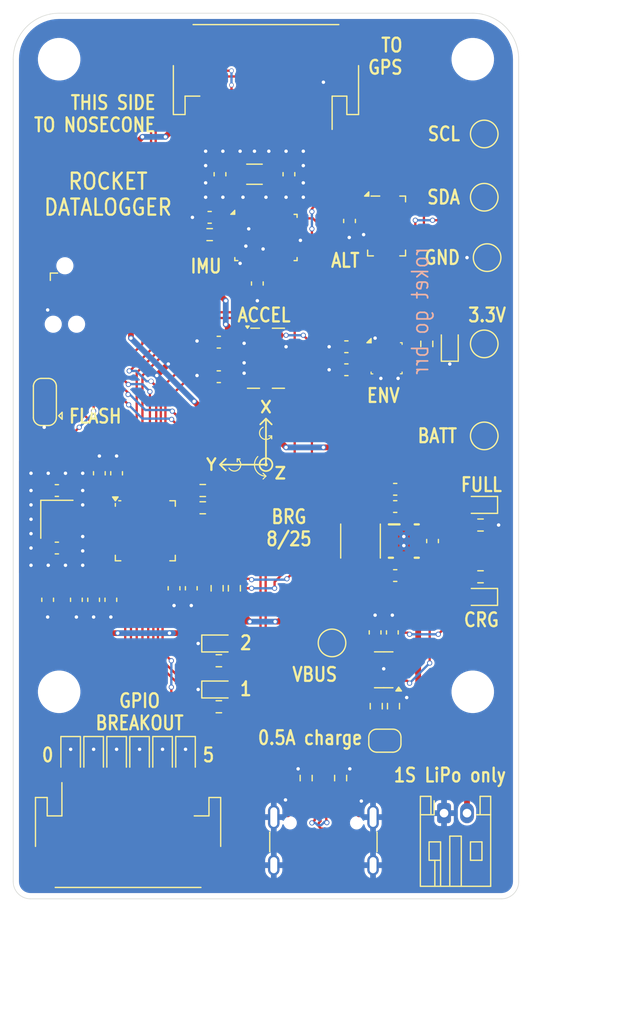
<source format=kicad_pcb>
(kicad_pcb (version 20241229) (generator "pcbnew") (generator_version "9.0")
  (layers (0 "F.Cu" signal) (2 "B.Cu" signal) (13 "F.Paste" user) (15 "B.Paste" user) (5 "F.SilkS" user "F.Silkscreen") (7 "B.SilkS" user "B.Silkscreen") (1 "F.Mask" user) (3 "B.Mask" user) (25 "Edge.Cuts" user))
  (net 0 "")
  (net 1 "GND")
  (net 2 "/Microcontroller/NRST")
  (net 3 "/Microcontroller/OSC_IN")
  (net 4 "/Microcontroller/OSC_OUT")
  (net 5 "+BATT")
  (net 6 "Net-(U2-EN)")
  (net 7 "+3.3V")
  (net 8 "VBUS")
  (net 9 "Net-(U8-CAP)")
  (net 10 "Net-(U8-XOUT32)")
  (net 11 "Net-(U8-XIN32)")
  (net 12 "/GPIO_0")
  (net 13 "/GPIO_1")
  (net 14 "/GPIO_2")
  (net 15 "/GPIO_3")
  (net 16 "/GPIO_4")
  (net 17 "/GPIO_5")
  (net 18 "Net-(D7-A)")
  (net 19 "Net-(D8-A)")
  (net 20 "Net-(D9-A)")
  (net 21 "Net-(D10-K)")
  (net 22 "/USB-C LiPo Charging/STAT")
  (net 23 "Net-(D11-K)")
  (net 24 "/USB_D_N")
  (net 25 "/USB_D_P")
  (net 26 "Net-(J3-Pin_2)")
  (net 28 "/Microcontroller/BOOT0")
  (net 29 "/Microcontroller/SWDIO")
  (net 30 "/Microcontroller/SWCLK")
  (net 31 "/Microcontroller/LED_STATUS_1")
  (net 32 "/Microcontroller/LED_STATUS_2")
  (net 33 "Net-(J3-Pin_4)")
  (net 34 "Net-(JP2-A)")
  (net 35 "Net-(JP2-B)")
  (net 36 "Net-(U2-L1)")
  (net 37 "Net-(U2-L2)")
  (net 38 "/SDA")
  (net 39 "/SCL")
  (net 40 "Net-(U8-~{BOOT_LOAD_PIN})")
  (net 41 "/~IMU_RESET")
  (net 44 "/GPS_RESET")
  (net 48 "/GPS_TIMEPULSE")
  (net 49 "/UART_RX")
  (net 51 "/UART_TX")
  (net 68 "/IMU_INT")
  (net 69 "Net-(J5-CC1)")
  (net 72 "Net-(J5-CC2)")
  (footprint "Capacitor_SMD:C_0603_1608Metric" (layer "F.Cu") (at 146 84 90)
    (property "Reference" "C25" (hide yes))
    (property "Value" "22 pF")
  )
  (footprint "Crystal:Crystal_SMD_3215-2Pin_3.2x1.5mm" (layer "F.Cu") (at 149 84 180)
    (property "Reference" "Y2" (hide yes))
    (property "Value" "ECX-.327-CDX-1293")
  )
  (footprint "Connector_JST:JST_PH_S6B-PH-SM4-TB_1x06-1MP_P2.00mm_Horizontal" (layer "F.Cu") (at 150 75.5 180)
    (property "Reference" "J6" (hide yes))
    (property "Value" "JST-PH-S6B-SM4_TB")
  )
  (footprint "TestPoint:TestPoint_Pad_D2.0mm" (layer "F.Cu") (at 169 80.5)
    (property "Reference" "TP5" (hide yes))
    (property "Value" "SCL")
  )
  (footprint "Connector_JST:JST_PH_S2B-PH-K_1x02_P2.00mm_Horizontal" (layer "F.Cu") (at 165.5 139.55)
    (property "Reference" "J4" (hide yes))
    (property "Value" "JST-PH 1x2")
  )
  (footprint "LED_SMD:LED_0603_1608Metric" (layer "F.Cu") (at 168.675 112.75 180)
    (property "Reference" "D11" (hide yes))
    (property "Value" "Green LED")
  )
  (footprint "Capacitor_SMD:C_0603_1608Metric" (layer "F.Cu") (at 142 120 -90)
    (property "Reference" "C4" (hide yes))
    (property "Value" "0.1uF")
  )
  (footprint "Capacitor_SMD:C_0603_1608Metric" (layer "F.Cu") (at 135.5 110 90)
    (property "Reference" "C3" (hide yes))
    (property "Value" "4.7uF")
  )
  (footprint "Connector_JST:JST_PH_S6B-PH-SM4-TB_1x06-1MP_P2.00mm_Horizontal" (layer "F.Cu") (at 138 141.5)
    (property "Reference" "J2" (hide yes))
    (property "Value" "JST-PH-S6B-SM4_TB")
  )
  (footprint "TestPoint:TestPoint_Pad_D2.0mm" (layer "F.Cu") (at 169 106.75)
    (property "Reference" "TP2" (hide yes))
    (property "Value" "BATT")
  )
  (footprint "Diode_SMD:D_SOD-323" (layer "F.Cu") (at 141 134.5 -90)
    (property "Reference" "D5" (hide yes))
    (property "Value" "PESD3V3L1BA")
  )
  (footprint "Capacitor_SMD:C_0603_1608Metric" (layer "F.Cu") (at 135 121 -90)
    (property "Reference" "C6" (hide yes))
    (property "Value" "0.1uF")
  )
  (footprint "MountingHole:MountingHole_3.2mm_M3" (layer "F.Cu") (at 132 129)
    (property "Reference" "H3" (hide yes))
    (property "Value" "MountingHole")
  )
  (footprint "Diode_SMD:D_SOD-323" (layer "F.Cu") (at 135 134.5 -90)
    (property "Reference" "D2" (hide yes))
    (property "Value" "PESD3V3L1BA")
  )
  (footprint "Capacitor_SMD:C_0603_1608Metric" (layer "F.Cu") (at 145.895 101.605 180)
    (property "Reference" "C20" (hide yes))
    (property "Value" "1uF Tantalum")
  )
  (footprint "Resistor_SMD:R_0603_1608Metric" (layer "F.Cu") (at 145.9 130.3 180)
    (property "Reference" "R3" (hide yes))
    (property "Value" "1k")
  )
  (footprint "Crystal:Crystal_SMD_2520-4Pin_2.5x2.0mm" (layer "F.Cu") (at 131.8 114 -90)
    (property "Reference" "Y1" (hide yes))
    (property "Value" "ECS-160-10-36Q-AES-TR")
  )
  (footprint "Capacitor_SMD:C_0603_1608Metric" (layer "F.Cu") (at 159.5 123.8375 90)
    (property "Reference" "C15" (hide yes))
    (property "Value" "10uF 6.3V")
  )
  (footprint "Capacitor_SMD:C_0603_1608Metric" (layer "F.Cu") (at 161 123.8375 90)
    (property "Reference" "C16" (hide yes))
    (property "Value" "10uF 6.3V")
  )
  (footprint "Diode_SMD:D_SOD-323" (layer "F.Cu") (at 139 134.5 -90)
    (property "Reference" "D4" (hide yes))
    (property "Value" "PESD3V3L1BA")
  )
  (footprint "TestPoint:TestPoint_Pad_D2.0mm" (layer "F.Cu") (at 169.25 91.25)
    (property "Reference" "TP4" (hide yes))
    (property "Value" "GND")
  )
  (footprint "Resistor_SMD:R_0603_1608Metric" (layer "F.Cu") (at 164 98.75 -90)
    (property "Reference" "R9" (hide yes))
    (property "Value" "1k")
  )
  (footprint "Capacitor_SMD:C_0603_1608Metric" (layer "F.Cu") (at 157.275 88.065 -90)
    (property "Reference" "C17" (hide yes))
    (property "Value" "0.1uF")
  )
  (footprint "Package_LGA:LGA-8_3x5mm_P1.25mm" (layer "F.Cu") (at 160.5 88.5)
    (property "Reference" "U4" (hide yes))
    (property "Value" "MS5607-02BA")
  )
  (footprint "Package_LGA:Bosch_LGA-8_2.5x2.5mm_P0.65mm_ClockwisePinNumbering" (layer "F.Cu") (at 160.5 100)
    (property "Reference" "U5" (hide yes))
    (property "Value" "BME280")
  )
  (footprint "Resistor_SMD:R_0603_1608Metric" (layer "F.Cu") (at 161.1 130.25 90)
    (property "Reference" "R10" (hide yes))
    (property "Value" "2.2k")
  )
  (footprint "Package_LGA:LGA-14_3x5mm_P0.8mm_LayoutBorder1x6y" (layer "F.Cu") (at 150 100)
    (property "Reference" "U7" (hide yes))
    (property "Value" "~")
  )
  (footprint "Capacitor_SMD:C_0603_1608Metric" (layer "F.Cu") (at 161.25 111.3937)
    (property "Reference" "C14" (hide yes))
    (property "Value" "10uF")
  )
  (footprint "Inductor_SMD:L_Coilcraft_LPS3010" (layer "F.Cu") (at 158.23 115.8937 90)
    (property "Reference" "L1" (hide yes))
    (property "Value" "1.5uH LPS3015-152MRC")
  )
  (footprint "Capacitor_SMD:C_0603_1608Metric" (layer "F.Cu") (at 137 110 90)
    (property "Reference" "C5" (hide yes))
    (property "Value" "0.1uF")
  )
  (footprint "Resistor_SMD:R_0603_1608Metric" (layer "F.Cu") (at 147.25 120 90)
    (property "Reference" "R7" (hide yes))
    (property "Value" "4.7k")
  )
  (footprint "Diode_SMD:D_SOD-323" (layer "F.Cu") (at 143 134.5 -90)
    (property "Reference" "D6" (hide yes))
    (property "Value" "PESD3V3L1BA")
  )
  (footprint "Capacitor_SMD:C_0603_1608Metric" (layer "F.Cu") (at 164.5 115.8937 90)
    (property "Reference" "C12" (hide yes))
    (property "Value" "0.1uF")
  )
  (footprint "Diode_SMD:D_SOD-323" (layer "F.Cu") (at 133 134.5 -90)
    (property "Reference" "D1" (hide yes))
    (property "Value" "PESD3V3L1BA")
  )
  (footprint "Resistor_SMD:R_0603_1608Metric" (layer "F.Cu") (at 144.5 111.5 180)
    (property "Reference" "R6" (hide yes))
    (property "Value" "22")
  )
  (footprint "Resistor_SMD:R_0603_1608Metric" (layer "F.Cu") (at 153.5 136.5 90)
    (property "Reference" "R2" (hide yes))
    (property "Value" "5.1k")
  )
  (footprint "LED_SMD:LED_0603_1608Metric" (layer "F.Cu") (at 145.9 128.8)
    (property "Reference" "D7" (hide yes))
    (property "Value" "LED")
  )
  (footprint "Capacitor_SMD:C_0603_1608Metric" (layer "F.Cu") (at 161.25 112.8937)
    (property "Reference" "C13" (hide yes))
    (property "Value" "10uF")
  )
  (footprint "Resistor_SMD:R_0603_1608Metric" (layer "F.Cu") (at 156.5 136.5 90)
    (property "Reference" "R1" (hide yes))
    (property "Value" "5.1k")
  )
  (footprint "Capacitor_SMD:C_0603_1608Metric" (layer "F.Cu") (at 133.5 121 -90)
    (property "Reference" "C8" (hide yes))
    (property "Value" "10nF")
  )
  (footprint "TestPoint:TestPoint_Pad_D2.0mm" (layer "F.Cu") (at 155.75 124.75)
    (property "Reference" "TP1" (hide yes))
    (property "Value" "TestPoint")
  )
  (footprint "Resistor_SMD:R_0603_1608Metric" (layer "F.Cu") (at 145.75 120 90)
    (property "Reference" "R8" (hide yes))
    (property "Value" "4.7k")
  )
  (footprint "MountingHole:MountingHole_3.2mm_M3" (layer "F.Cu") (at 132 74)
    (property "Reference" "H1" (hide yes))
    (property "Value" "MountingHole")
  )
  (footprint "Capacitor_SMD:C_0603_1608Metric" (layer "F.Cu") (at 131.8 111.5 180)
    (property "Reference" "C7" (hide yes))
    (property "Value" "12pF")
  )
  (footprint "LED_SMD:LED_0603_1608Metric" (layer "F.Cu") (at 166 98.7725 90)
    (property "Reference" "D9" (hide yes))
    (property "Value" "LED")
  )
  (footprint "MountingHole:MountingHole_3.2mm_M3" (layer "F.Cu") (at 168 74)
    (property "Reference" "H2" (hide yes))
    (property "Value" "MountingHole")
  )
  (footprint "Capacitor_SMD:C_0603_1608Metric" (layer "F.Cu") (at 131 121 -90)
    (property "Reference" "C1" (hide yes))
    (property "Value" "0.1uF")
  )
  (footprint "Capacitor_SMD:C_0603_1608Metric" (layer "F.Cu") (at 131.8 116.5 180)
    (property "Reference" "C9" (hide yes))
    (property "Value" "12pF")
  )
  (footprint "Diode_SMD:D_SOD-323" (layer "F.Cu") (at 137 134.5 -90)
    (property "Reference" "D3" (hide yes))
    (property "Value" "PESD3V3L1BA")
  )
  (footprint "TestPoint:TestPoint_Pad_D2.0mm" (layer "F.Cu") (at 169 86)
    (property "Reference" "TP6" (hide yes))
    (property "Value" "SDA")
  )
  (footprint "Package_DFN_QFN:QFN-32-1EP_5x5mm_P0.5mm_EP3.45x3.45mm" (layer "F.Cu") (at 139.5 115)
    (property "Reference" "U1" (hide yes))
    (property "Value" "STM32F042K6Ux")
  )
  (footprint "Jumper:SolderJumper-3_P1.3mm_Open_RoundedPad1.0x1.5mm" (layer "F.Cu") (at 130.7575 103.8 90)
    (property "Reference" "JP1" (hide yes))
    (property "Value" "Jumper_3_Open")
  )
  (footprint "Jumper:SolderJumper-2_P1.3mm_Open_RoundedPad1.0x1.5mm" (layer "F.Cu") (at 160.35 133.25 180)
    (property "Reference" "JP2" (hide yes))
    (property "Value" "Jumper_2_Open")
  )
  (footprint "Resistor_SMD:R_0603_1608Metric" (layer "F.Cu") (at 145.9 126.3 180)
    (property "Reference" "R4" (hide yes))
    (property "Value" "1k")
  )
  (footprint "Resistor_SMD:R_0603_1608Metric" (layer "F.Cu") (at 145.1 89.25)
    (property "Reference" "R14" (hide yes))
    (property "Value" "10k")
  )
  (footprint "Capacitor_SMD:C_0603_1608Metric" (layer "F.Cu") (at 145.895 98.605 180)
    (property "Reference" "C22" (hide yes))
    (property "Value" "0.1uF")
  )
  (footprint "Capacitor_SMD:C_0603_1608Metric" (layer "F.Cu") (at 145.1 87.75 180)
    (property "Reference" "C21" (hide yes))
    (property "Value" "0.1uF")
  )
  (footprint "MountingHole:MountingHole_3.2mm_M3" (layer "F.Cu") (at 168 129)
    (property "Reference" "H4" (hide yes))
    (property "Value" "MountingHole")
  )
  (footprint "Package_TO_SOT_SMD:SOT-23-5" (layer "F.Cu") (at 160.25 127.0875 180)
    (property "Reference" "U3" (hide yes))
    (property "Value" "MCP73831-2-OT")
  )
  (footprint "Capacitor_SMD:C_0603_1608Metric" (layer "F.Cu") (at 149.25 93.5 -90)
    (property "Reference" "C23" (hide yes))
    (property "Value" "0.1uF")
  )
  (footprint "Resistor_SMD:R_0603_1608Metric" (layer "F.Cu") (at 168.675 119 180)
    (property "Reference" "R12" (hide yes))
    (property "Value" "470")
  )
  (footprint "Capacitor_SMD:C_0603_1608Metric" (layer "F.Cu") (at 152 84 90)
    (property "Reference" "C24" (hide yes))
    (property "Value" "22 pF")
  )
  (footprint "Capacitor_SMD:C_0603_1608Metric" (layer "F.Cu") (at 157 101 180)
    (property "Reference" "C19" (hide yes))
    (property "Value" "0.1uF")
  )
  (footprint "Capacitor_SMD:C_0603_1608Metric" (layer "F.Cu") (at 136.5 121 -90)
    (property "Reference" "C10" (hide yes))
    (property "Value" "1uF")
  )
  (footprint "LED_SMD:LED_0603_1608Metric" (layer "F.Cu") (at 168.675 120.75 180)
    (property "Reference" "D10" (hide yes))
    (property "Value" "Red LED")
  )
  (footprint "Resistor_SMD:R_0603_1608Metric" (layer "F.Cu") (at 144.5 113 180)
    (property "Reference" "R5" (hide yes))
    (property "Value" "22")
  )
  (footprint "Connector_USB:USB_C_Receptacle_GCT_USB4105-xx-A_16P_TopMnt_Horizontal" (layer "F.Cu") (at 155 143)
    (property "Reference" "J5" (hide yes))
    (property "Value" "USB_C_Receptacle_USB2.0_16P")
  )
  (footprint "Resistor_SMD:R_0603_1608Metric" (layer "F.Cu") (at 168.675 114.5)
    (property "Reference" "R13" (hide yes))
    (property "Value" "470")
  )
  (footprint "TestPoint:TestPoint_Pad_D2.0mm" (layer "F.Cu") (at 169 98.75)
    (property "Reference" "TP3" (hide yes))
    (property "Value" "3V3")
  )
  (footprint "rocket_datalogger:DSK0010A" (layer "F.Cu") (at 162 115.8937)
    (property "Reference" "U2" (hide yes))
    (property "Value" "~")
  )
  (footprint "LED_SMD:LED_0603_1608Metric" (layer "F.Cu") (at 145.9 124.8)
    (property "Reference" "D8" (hide yes))
    (property "Value" "LED")
  )
  (footprint "Package_LGA:LGA-28_5.2x3.8mm_P0.5mm" (layer "F.Cu") (at 150 89.5)
    (property "Reference" "U8" (hide yes))
    (property "Value" "BNO055")
  )
  (footprint "Connector:Tag-Connect_TC2030-IDC-NL_2x03_P1.27mm_Vertical" (layer "F.Cu") (at 132.5 94.5 -90)
    (property "Reference" "J3" (hide yes))
    (property "Value" "TC2030")
  )
  (footprint "Capacitor_SMD:C_0603_1608Metric" (layer "F.Cu") (at 161.25 118.8937)
    (property "Reference" "C11" (hide yes))
    (property "Value" "10 uF")
  )
  (footprint "Capacitor_SMD:C_0603_1608Metric" (layer "F.Cu") (at 143.5 120 -90)
    (property "Reference" "C2" (hide yes))
    (property "Value" "4.7uF")
  )
  (footprint "Resistor_SMD:R_0603_1608Metric" (layer "F.Cu") (at 159.6 130.25 90)
    (property "Reference" "R11" (hide yes))
    (property "Value" "10k")
  )
  (footprint "Capacitor_SMD:C_0603_1608Metric" (layer "F.Cu") (at 157 99 180)
    (property "Reference" "C18" (hide yes))
    (property "Value" "0.1uF")
  )
  (gr_line (start 147.75 108.75) (end 147.5 108.75) (stroke (width 0.1)) (layer "F.SilkS"))
  (gr_line (start 150 109.25) (end 150 105.25) (stroke (width 0.15)) (layer "F.SilkS"))
  (gr_line (start 150 110.25) (end 149.75 110.5) (stroke (width 0.1)) (layer "F.SilkS"))
  (gr_line (start 150 105.25) (end 150 105.75) (stroke (width 0.1)) (layer "F.SilkS"))
  (gr_arc (start 150 110.25) (mid 149.07612 109.632683) (end 149.292893 108.542893) (stroke (width 0.1)) (layer "F.SilkS"))
  (gr_line (start 150 105.25) (end 149.5 105.75) (stroke (width 0.15)) (layer "F.SilkS"))
  (gr_line (start 149.75 110) (end 150 110.25) (stroke (width 0.1)) (layer "F.SilkS"))
  (gr_line (start 150 109.25) (end 146 109.25) (stroke (width 0.15)) (layer "F.SilkS"))
  (gr_circle (center 150 109.25) (end 150.5 109.5) (stroke (width 0.15)) (fill no) (layer "F.SilkS"))
  (gr_line (start 146 109.25) (end 146.5 108.75) (stroke (width 0.15)) (layer "F.SilkS"))
  (gr_line (start 150 110.25) (end 149.75 110) (stroke (width 0.1)) (layer "F.SilkS"))
  (gr_line (start 146.5 108.75) (end 146 109.25) (stroke (width 0.1)) (layer "F.SilkS"))
  (gr_circle (center 150 109.25) (end 150 109.35) (stroke (width 0.1)) (fill no) (layer "F.SilkS"))
  (gr_line (start 150.5 107) (end 150.5 106.75) (stroke (width 0.1)) (layer "F.SilkS"))
  (gr_line (start 147.5 109) (end 147.5 108.75) (stroke (width 0.1)) (layer "F.SilkS"))
  (gr_line (start 146 109.25) (end 146.5 109.75) (stroke (width 0.15)) (layer "F.SilkS"))
  (gr_line (start 147.5 108.750002) (end 147.5 108.75) (stroke (width 0.1)) (layer "F.SilkS"))
  (gr_line (start 150.5 106.75) (end 150.5 107) (stroke (width 0.1)) (layer "F.SilkS"))
  (gr_line (start 150 105.25) (end 150.5 105.75) (stroke (width 0.15)) (layer "F.SilkS"))
  (gr_arc (start 150.5 106.75) (mid 149.604715 106.895285) (end 149.75 106) (stroke (width 0.1)) (layer "F.SilkS"))
  (gr_arc (start 147.5 108.75) (mid 147.669083 109.619959) (end 146.78487 109.560087) (stroke (width 0.1)) (layer "F.SilkS"))
  (gr_line (start 150.5 106.75) (end 150.25 106.75) (stroke (width 0.1)) (layer "F.SilkS"))
  (gr_line (start 128 74) (end 128 145.5) (stroke (width 0.05)) (layer "Edge.Cuts"))
  (gr_arc (start 128 74) (mid 129.171573 71.171573) (end 132 70) (stroke (width 0.05)) (layer "Edge.Cuts"))
  (gr_arc (start 172 145.5) (mid 171.56066 146.56066) (end 170.5 147) (stroke (width 0.05)) (layer "Edge.Cuts"))
  (gr_line (start 168 70) (end 132 70) (stroke (width 0.05)) (layer "Edge.Cuts"))
  (gr_arc (start 168 70) (mid 170.828427 71.171573) (end 172 74) (stroke (width 0.05)) (layer "Edge.Cuts"))
  (gr_arc (start 129.5 147) (mid 128.43934 146.56066) (end 128 145.5) (stroke (width 0.05)) (layer "Edge.Cuts"))
  (gr_line (start 129.5 147) (end 170.5 147) (stroke (width 0.05)) (layer "Edge.Cuts"))
  (gr_line (start 172 145.5) (end 172 74) (stroke (width 0.05)) (layer "Edge.Cuts"))
  (gr_text "CRG" (at 168.75 122.75 0) (layer "F.SilkS") (effects (font (size 1.2 1) (thickness 0.2) (bold yes))))
  (gr_text "Z" (at 151.25 110 0) (layer "F.SilkS") (effects (font (size 1 1) (thickness 0.2) (bold yes))))
  (gr_text "THIS SIDE\nTO NOSECONE" (at 140.5 78.75 0) (layer "F.SilkS") (effects (font (size 1.2 1) (thickness 0.2) (bold yes)) (justify right)))
  (gr_text "FULL" (at 168.75 111 0) (layer "F.SilkS") (effects (font (size 1.2 1) (thickness 0.2) (bold yes))))
  (gr_text "BATT" (at 166.735 106.75 0) (layer "F.SilkS") (effects (font (size 1.2 1) (thickness 0.2) (bold yes)) (justify right)))
  (gr_text "SCL" (at 167 80.5 0) (layer "F.SilkS") (effects (font (size 1.2 1) (thickness 0.2) (bold yes)) (justify right)))
  (gr_text "BRG\n8/25" (at 152 114.75 0) (layer "F.SilkS") (effects (font (size 1.2 1) (thickness 0.2) (bold yes))))
  (gr_text "Y" (at 145.25 109.25 0) (layer "F.SilkS") (effects (font (size 1 1) (thickness 0.2) (bold yes))))
  (gr_text "1S LiPo only" (at 171 136.25 0) (layer "F.SilkS") (effects (font (size 1.2 1) (thickness 0.2) (bold yes)) (justify right)))
  (gr_text "ROCKET\nDATALOGGER" (at 136.25 85.75 0) (layer "F.SilkS") (effects (font (size 1.4 1.2) (thickness 0.2) (bold yes))))
  (gr_text "VBUS" (at 154.25 127.5 0) (layer "F.SilkS") (effects (font (size 1.2 1) (thickness 0.2) (bold yes))))
  (gr_text "0.5A charge" (at 158.5 133 0) (layer "F.SilkS") (effects (font (size 1.2 1) (thickness 0.2) (bold yes)) (justify right)))
  (gr_text "ENV" (at 161.75 103.25 0) (layer "F.SilkS") (effects (font (size 1.2 1) (thickness 0.2) (bold yes)) (justify right)))
  (gr_text "ALT" (at 158.25 91.5 0) (layer "F.SilkS") (effects (font (size 1.2 1) (thickness 0.2) (bold yes)) (justify right)))
  (gr_text "1" (at 148.25 128.75 0) (layer "F.SilkS") (effects (font (size 1.2 1) (thickness 0.2) (bold yes))))
  (gr_text "5" (at 145 134.5 0) (layer "F.SilkS") (effects (font (size 1.2 1) (thickness 0.2) (bold yes))))
  (gr_text "2" (at 148.25 124.75 0) (layer "F.SilkS") (effects (font (size 1.2 1) (thickness 0.2) (bold yes))))
  (gr_text "0" (at 131 134.5 0) (layer "F.SilkS") (effects (font (size 1.2 1) (thickness 0.2) (bold yes))))
  (gr_text "3.3V" (at 171 96.25 0) (layer "F.SilkS") (effects (font (size 1.2 1) (thickness 0.2) (bold yes)) (justify right)))
  (gr_text "GPIO\nBREAKOUT" (at 139 130.75 0) (layer "F.SilkS") (effects (font (size 1.2 1) (thickness 0.2) (bold yes))))
  (gr_text "FLASH" (at 132.75 105.75 0) (layer "F.SilkS") (effects (font (size 1.2 1) (thickness 0.2) (bold yes)) (justify left bottom)))
  (gr_text "IMU" (at 146.25 92 0) (layer "F.SilkS") (effects (font (size 1.2 1) (thickness 0.2) (bold yes)) (justify right)))
  (gr_text "SDA" (at 167 86 0) (layer "F.SilkS") (effects (font (size 1.2 1) (thickness 0.2) (bold yes)) (justify right)))
  (gr_text "GND" (at 167 91.25 0) (layer "F.SilkS") (effects (font (size 1.2 1) (thickness 0.2) (bold yes)) (justify right)))
  (gr_text "X" (at 150 104.25 0) (layer "F.SilkS") (effects (font (size 1 1) (thickness 0.2) (bold yes))))
  (gr_text "TO\nGPS" (at 162 73.75 0) (layer "F.SilkS") (effects (font (size 1.2 1) (thickness 0.2) (bold yes)) (justify right)))
  (gr_text "ACCEL" (at 152.25 96.25 0) (layer "F.SilkS") (effects (font (size 1.2 1) (thickness 0.2) (bold yes)) (justify right)))
  (gr_text "roket go brr" (at 164.25 90.25 90) (layer "B.SilkS") (effects (font (size 1.4 1.2)) (justify left bottom mirror)))
  (segment (start 146 82.25) (end 146.25 82) (width 0.2) (layer "F.Cu") (net 1))
  (segment (start 157.275 88.84) (end 157.275 89.475) (width 0.2) (layer "F.Cu") (net 1))
  (segment (start 162.798545 115.467697) (end 162.550999 115.715243) (width 0.2) (layer "F.Cu") (net 1))
  (segment (start 141.5 100.5) (end 140.5 101.5) (width 0.5) (layer "F.Cu") (net 1))
  (segment (start 160.3375 127.0875) (end 160.25 127) (width 0.5) (layer "F.Cu") (net 1))
  (segment (start 160.175 101.025) (end 160.175 101.575) (width 0.2) (layer "F.Cu") (net 1))
  (segment (start 152 82.25) (end 151.75 82) (width 0.2) (layer "F.Cu") (net 1))
  (segment (start 159.425 90.375) (end 159.425 89.125) (width 0.2) (layer "F.Cu") (net 1))
  (segment (start 149.75 91.1625) (end 149.75 90.5) (width 0.2) (layer "F.Cu") (net 1))
  (segment (start 158.2 139.32) (end 158.2 138.6) (width 0.2) (layer "F.Cu") (net 1))
  (segment (start 158.2 138.6) (end 158.3 138.5) (width 0.2) (layer "F.Cu") (net 1))
  (segment (start 161.475 101.025) (end 161.475 101.725) (width 0.2) (layer "F.Cu") (net 1))
  (segment (start 163.15 115.393698) (end 163.076001 115.467697) (width 0.2) (layer "F.Cu") (net 1))
  (segment (start 136.5 121.775) (end 136.5 122.5) (width 0.2) (layer "F.Cu") (net 1))
  (segment (start 131.025 114.95) (end 131.1 114.875) (width 0.2) (layer "F.Cu") (net 1))
  (segment (start 148.35 101.3) (end 148.45 101.2) (width 0.2) (layer "F.Cu") (net 1))
  (segment (start 147.6125 88.75) (end 148.5 88.75) (width 0.2) (layer "F.Cu") (net 1))
  (segment (start 156.225 99) (end 155.5 99) (width 0.2) (layer "F.Cu") (net 1))
  (segment (start 130.7575 105.1) (end 130.7575 105.9425) (width 0.2) (layer "F.Cu") (net 1))
  (segment (start 149.75 87.8375) (end 149.75 87.25) (width 0.2) (layer "F.Cu") (net 1))
  (segment (start 135.5 109.225) (end 135.5 108.5) (width 0.2) (layer "F.Cu") (net 1))
  (segment (start 148.2 98.8) (end 149 98.8) (width 0.2) (layer "F.Cu") (net 1))
  (segment (start 156.5 135.675) (end 157.275 135.675) (width 0.2) (layer "F.Cu") (net 1))
  (segment (start 144.105 101.605) (end 144 101.5) (width 0.2) (layer "F.Cu") (net 1))
  (segment (start 141 133.45) (end 141 134) (width 0.2) (layer "F.Cu") (net 1))
  (segment (start 143.5 120.775) (end 143.5 121.5) (width 0.2) (layer "F.Cu") (net 1))
  (segment (start 155 76) (end 155 78.35) (width 0.5) (layer "F.Cu") (net 1))
  (segment (start 159.525 98.975) (end 159.525 98.275) (width 0.2) (layer "F.Cu") (net 1))
  (segment (start 161.3875 127.0875) (end 160.3375 127.0875) (width 0.5) (layer "F.Cu") (net 1))
  (segment (start 158.625 89.125) (end 158.5 89.25) (width 0.2) (layer "F.Cu") (net 1))
  (segment (start 159.425 90.375) (end 161.575 90.375) (width 0.2) (layer "F.Cu") (net 1))
  (segment (start 130.7575 105.9425) (end 130.7 106) (width 0.2) (layer "F.Cu") (net 1))
  (segment (start 161.1 129.425) (end 162.175 129.425) (width 0.2) (layer "F.Cu") (net 1))
  (segment (start 169.25 91.25) (end 167.5 91.25) (width 0.2) (layer "F.Cu") (net 1))
  (segment (start 162.175 129.425) (end 162.25 129.5) (width 0.2) (layer "F.Cu") (net 1))
  (segment (start 161 123.0625) (end 161 122.3375) (width 0.5) (layer "F.Cu") (net 1))
  (segment (start 152.825 135.675) (end 152.8 135.7) (width 0.2) (layer "F.Cu") (net 1))
  (segment (start 159.425 89.125) (end 158.625 89.125) (width 0.2) (layer "F.Cu") (net 1))
  (segment (start 139 133.45) (end 139 134) (width 0.2) (layer "F.Cu") (net 1))
  (segment (start 137 109.225) (end 137 108.5) (width 0.2) (layer "F.Cu") (net 1))
  (segment (start 149.75 87.25) (end 150 87) (width 0.2) (layer "F.Cu") (net 1))
  (segment (start 131.03 95.77) (end 131 95.8) (width 0.2) (layer "F.Cu") (net 1))
  (segment (start 159.525 98.275) (end 159.5 98.25) (width 0.2) (layer "F.Cu") (net 1))
  (segment (start 133.5 121.775) (end 133.5 122.5) (width 0.2) (layer "F.Cu") (net 1))
  (segment (start 152.3875 89.75) (end 153 89.75) (width 0.2) (layer "F.Cu") (net 1))
  (segment (start 132.575 111.5) (end 132.575 113.05) (width 0.2) (layer "F.Cu") (net 1))
  (segment (start 144.105 98.605) (end 144 98.5) (width 0.2) (layer "F.Cu") (net 1))
  (segment (start 148.45 101.2) (end 149 101.2) (width 0.2) (layer "F.Cu") (net 1))
  (segment (start 148.1 100.4) (end 149 100.4) (width 0.2) (layer "F.Cu") (net 1))
  (segment (start 133 133.45) (end 133 134) (width 0.2) (layer "F.Cu") (net 1))
  (segment (start 164.225002 115.393698) (end 163.15 115.393698) (width 0.2) (layer "F.Cu") (net 1))
  (segment (start 144.325 87.75) (end 143.6 87.75) (width 0.2) (layer "F.Cu") (net 1))
  (segment (start 148.1 101.3) (end 148.35 101.3) (width 0.2) (layer "F.Cu") (net 1))
  (segment (start 146 83.225) (end 146 82.25) (width 0.2) (layer "F.Cu") (net 1))
  (segment (start 147.75 91.1625) (end 147.75 91.75) (width 0.2) (layer "F.Cu") (net 1))
  (segment (start 145.1125 128.8) (end 144.1 128.8) (width 0.2) (layer "F.Cu") (net 1))
  (segment (start 148.1 98.7) (end 148.2 98.8) (width 0.2) (layer "F.Cu") (net 1))
  (segment (start 151.8 138.5) (end 151.7 138.4) (width 0.2) (layer "F.Cu") (net 1))
  (segment (start 161.475 101.725) (end 161.5 101.75) (width 0.2) (layer "F.Cu") (net 1))
  (segment (start 145.12 98.605) (end 144.105 98.605) (width 0.2) (layer "F.Cu") (net 1))
  (segment (start 164.5 115.1187) (end 164.225002 115.393698) (width 0.2) (layer "F.Cu") (net 1))
  (segment (start 145.1125 124.8) (end 144.1 124.8) (width 0.2) (layer "F.Cu") (net 1))
  (segment (start 166 99.56) (end 166 100.5) (width 0.2) (layer "F.Cu") (net 1))
  (segment (start 143 133.45) (end 143 134) (width 0.2) (layer "F.Cu") (net 1))
  (segment (start 160.175 101.575) (end 160 101.75) (width 0.2) (layer "F.Cu") (net 1))
  (segment (start 132.575 113.05) (end 132.5 113.125) (width 0.2) (layer "F.Cu") (net 1))
  (segment (start 145.12 101.605) (end 144.105 101.605) (width 0.2) (layer "F.Cu") (net 1))
  (segment (start 135 121.775) (end 135 122.5) (width 0.2) (layer "F.Cu") (net 1))
  (segment (start 169.5 114.5) (end 170.25 114.5) (width 0.2) (layer "F.Cu") (net 1))
  (segment (start 150 87) (end 150 86) (width 0.2) (layer "F.Cu") (net 1))
  (segment (start 153.5 135.675) (end 152.825 135.675) (width 0.2) (layer "F.Cu") (net 1))
  (segment (start 137 133.45) (end 137 134) (width 0.2) (layer "F.Cu") (net 1))
  (segment (start 156.225 101) (end 155.5 101) (width 0.2) (layer "F.Cu") (net 1))
  (segment (start 151.55 98.8) (end 151.75 99) (width 0.2) (layer "F.Cu") (net 1))
  (segment (start 157.275 89.475) (end 157.25 89.5) (width 0.2) (layer "F.Cu") (net 1))
  (segment (start 152 83.225) (end 152 82.25) (width 0.2) (layer "F.Cu") (net 1))
  (segment (start 147.6125 90.25) (end 148.25 90.25) (width 0.2) (layer "F.Cu") (net 1))
  (segment (start 131 121.775) (end 131 122.5) (width 0.2) (layer "F.Cu") (net 1))
  (segment (start 135 133.45) (end 135 134) (width 0.2) (layer "F.Cu") (net 1))
  (segment (start 131.865 95.77) (end 131.03 95.77) (width 0.2) (layer "F.Cu") (net 1))
  (segment (start 149.25 94.275) (end 149.25 95) (width 0.2) (layer "F.Cu") (net 1))
  (segment (start 152.3875 89.25) (end 152.3875 89.75) (width 0.2) (layer "F.Cu") (net 1))
  (segment (start 163.076001 115.467697) (end 162.798545 115.467697) (width 0.2) (layer "F.Cu") (net 1))
  (segment (start 151.8 139.32) (end 151.8 138.5) (width 0.2) (layer "F.Cu") (net 1))
  (segment (start 142 120.775) (end 142 121.5) (width 0.2) (layer "F.Cu") (net 1))
  (segment (start 131.025 116.5) (end 131.025 114.95) (width 0.2) (layer "F.Cu") (net 1))
  (segment (start 159.5 123.0625) (end 159.5 122.3375) (width 0.5) (layer "F.Cu") (net 1))
  (segment (start 151 98.8) (end 151.55 98.8) (width 0.2) (layer "F.Cu") (net 1))
  (segment (start 161.1 129.425) (end 159.6 129.425) (width 0.2) (layer "F.Cu") (net 1))
  (via (at 159.5 122.3375) (size 0.45) (drill 0.3) (layers "F.Cu" "B.Cu") (net 1))
  (via (at 148.1 100.4) (size 0.45) (drill 0.3) (layers "F.Cu" "B.Cu") (net 1))
  (via (at 140.5 101.5) (size 0.45) (drill 0.3) (layers "F.Cu" "B.Cu") (net 1))
  (via (at 147.75 91.75) (size 0.45) (drill 0.3) (layers "F.Cu" "B.Cu") (net 1))
  (via (at 166 100.5) (size 0.45) (drill 0.3) (layers "F.Cu" "B.Cu") (net 1))
  (via (at 151.7 138.4) (size 0.45) (drill 0.3) (layers "F.Cu" "B.Cu") (net 1))
  (via (at 129.55 118) (size 0.45) (drill 0.3) (layers "F.Cu" "B.Cu") (net 1))
  (via (at 139 134) (size 0.45) (drill 0.3) (layers "F.Cu" "B.Cu") (net 1))
  (via (at 129.55 112.75) (size 0.45) (drill 0.3) (layers "F.Cu" "B.Cu") (net 1))
  (via (at 144.1 124.8) (size 0.45) (drill 0.3) (layers "F.Cu" "B.Cu") (net 1))
  (via (at 135.5 108.5) (size 0.45) (drill 0.3) (layers "F.Cu" "B.Cu") (net 1))
  (via (at 162.25 129.5) (size 0.45) (drill 0.3) (layers "F.Cu" "B.Cu") (net 1))
  (via (at 134.05 116.75) (size 0.45) (drill 0.3) (layers "F.Cu" "B.Cu") (net 1))
  (via (at 131.05 118) (size 0.45) (drill 0.3) (layers "F.Cu" "B.Cu") (net 1))
  (via (at 151.75 82) (size 0.45) (drill 0.3) (layers "F.Cu" "B.Cu") (net 1))
  (via (at 129.55 111.5) (size 0.45) (drill 0.3) (layers "F.Cu" "B.Cu") (net 1))
  (via (at 131 95.8) (size 0.45) (drill 0.3) (layers "F.Cu" "B.Cu") (net 1))
  (via (at 161 122.3375) (size 0.45) (drill 0.3) (layers "F.Cu" "B.Cu") (net 1))
  (via (at 129.55 110) (size 0.45) (drill 0.3) (layers "F.Cu" "B.Cu") (net 1))
  (via (at 141 134) (size 0.45) (drill 0.3) (layers "F.Cu" "B.Cu") (net 1))
  (via (at 135 122.5) (size 0.45) (drill 0.3) (layers "F.Cu" "B.Cu") (net 1))
  (via (at 148.1 101.3) (size 0.45) (drill 0.3) (layers "F.Cu" "B.Cu") (net 1))
  (via (at 131.05 110) (size 0.45) (drill 0.3) (layers "F.Cu" "B.Cu") (net 1))
  (via (at 144.75 84.75) (size 0.45) (drill 0.3) (layers "F.Cu" "B.Cu") (net 1))
  (via (at 134.05 118) (size 0.45) (drill 0.3) (layers "F.Cu" "B.Cu") (net 1))
  (via (at 144 98.5) (size 0.45) (drill 0.3) (layers "F.Cu" "B.Cu") (net 1))
  (via (at 170.25 114.5) (size 0.45) (drill 0.3) (layers "F.Cu" "B.Cu") (net 1))
  (via (at 150 86) (size 0.45) (drill 0.3) (layers "F.Cu" "B.Cu") (net 1))
  (via (at 142 121.5) (size 0.45) (drill 0.3) (layers "F.Cu" "B.Cu") (net 1))
  (via (at 153.25 86) (size 0.45) (drill 0.3) (layers "F.Cu" "B.Cu") (net 1))
  (via (at 134.05 110) (size 0.45) (drill 0.3) (layers "F.Cu" "B.Cu") (net 1))
  (via (at 148.5 88.75) (size 0.45) (drill 0.3) (layers "F.Cu" "B.Cu") (net 1))
  (via (at 148.1 98.7) (size 0.45) (drill 0.3) (layers "F.Cu" "B.Cu") (net 1))
  (via (at 146.25 86) (size 0.45) (drill 0.3) (layers "F.Cu" "B.Cu") (net 1))
  (via (at 143.5 121.5) (size 0.45) (drill 0.3) (layers "F.Cu" "B.Cu") (net 1))
  (via (at 144.75 82) (size 0.45) (drill 0.3) (layers "F.Cu" "B.Cu") (net 1))
  (via (at 153.25 84.75) (size 0.45) (drill 0.3) (layers "F.Cu" "B.Cu") (net 1))
  (via (at 132.55 118) (size 0.45) (drill 0.3) (layers "F.Cu" "B.Cu") (net 1))
  (via (at 135 134) (size 0.45) (drill 0.3) (layers "F.Cu" "B.Cu") (net 1))
  (via (at 137 134) (size 0.45) (drill 0.3) (layers "F.Cu" "B.Cu") (net 1))
  (via (at 129.55 115.25) (size 0.45) (drill 0.3) (layers "F.Cu" "B.Cu") (net 1))
  (via (at 129.55 116.5) (size 0.45) (drill 0.3) (layers "F.Cu" "B.Cu") (net 1))
  (via (at 133.5 122.5) (size 0.45) (drill 0.3) (layers "F.Cu" "B.Cu") (net 1))
  (via (at 160 101.75) (size 0.45) (drill 0.3) (layers "F.Cu" "B.Cu") (net 1))
  (via (at 144.1 128.8) (size 0.45) (drill 0.3) (layers "F.Cu" "B.Cu") (net 1))
  (via (at 157.25 89.5) (size 0.45) (drill 0.3) (layers "F.Cu" "B.Cu") (net 1))
  (via (at 161.5 101.75) (size 0.45) (drill 0.3) (layers "F.Cu" "B.Cu") (net 1))
  (via (at 146.25 82) (size 0.45) (drill 0.3) (layers "F.Cu" "B.Cu") (net 1))
  (via (at 148 86) (size 0.45) (drill 0.3) (layers "F.Cu" "B.Cu") (net 1))
  (via (at 141.5 100.5) (size 0.45) (drill 0.3) (layers "F.Cu" "B.Cu") (net 1))
  (via (at 155 76) (size 0.45) (drill 0.3) (layers "F.Cu" "B.Cu") (net 1))
  (via (at 153.25 82) (size 0.45) (drill 0.3) (layers "F.Cu" "B.Cu") (net 1))
  (via (at 151.75 99) (size 0.45) (drill 0.3) (layers "F.Cu" "B.Cu") (net 1))
  (via (at 167.5 91.25) (size 0.45) (drill 0.3) (layers "F.Cu" "B.Cu") (net 1))
  (via (at 144.75 83.25) (size 0.45) (drill 0.3) (layers "F.Cu" "B.Cu") (net 1))
  (via (at 131 122.5) (size 0.45) (drill 0.3) (layers "F.Cu" "B.Cu") (net 1))
  (via (at 151.75 86) (size 0.45) (drill 0.3) (layers "F.Cu" "B.Cu") (net 1))
  (via (at 132.55 110) (size 0.45) (drill 0.3) (layers "F.Cu" "B.Cu") (net 1))
  (via (at 155.5 101) (size 0.45) (drill 0.3) (layers "F.Cu" "B.Cu") (net 1))
  (via (at 158.3 138.5) (size 0.45) (drill 0.3) (layers "F.Cu" "B.Cu") (net 1))
  (via (at 150.25 82) (size 0.45) (drill 0.3) (layers "F.Cu" "B.Cu") (net 1))
  (via (at 157.3 135.7) (size 0.45) (drill 0.3) (layers "F.Cu" "B.Cu") (net 1))
  (via (at 130.7 106) (size 0.45) (drill 0.3) (layers "F.Cu" "B.Cu") (net 1))
  (via (at 129.55 114) (size 0.45) (drill 0.3) (layers "F.Cu" "B.Cu") (net 1))
  (via (at 144.75 86) (size 0.45) (drill 0.3) (layers "F.Cu" "B.Cu") (net 1))
  (via (at 144 101.5) (size 0.45) (drill 0.3) (layers "F.Cu" "B.Cu") (net 1))
  (via (at 134.05 115.5) (size 0.45) (drill 0.3) (layers "F.Cu" "B.Cu") (net 1))
  (via (at 153.25 83.25) (size 0.45) (drill 0.3) (layers "F.Cu" "B.Cu") (net 1))
  (via (at 147.75 82) (size 0.45) (drill 0.3) (layers "F.Cu" "B.Cu") (net 1))
  (via (at 143 134) (size 0.45) (drill 0.3) (layers "F.Cu" "B.Cu") (net 1))
  (via (at 153 89.75) (size 0.45) (drill 0.3) (layers "F.Cu" "B.Cu") (net 1))
  (via (at 137 108.5) (size 0.45) (drill 0.3) (layers "F.Cu" "B.Cu") (net 1))
  (via (at 136.5 122.5) (size 0.45) (drill 0.3) (layers "F.Cu" "B.Cu") (net 1))
  (via (at 155.5 99) (size 0.45) (drill 0.3) (layers "F.Cu" "B.Cu") (net 1))
  (via (at 143.6 87.75) (size 0.45) (drill 0.3) (layers "F.Cu" "B.Cu") (net 1))
  (via (at 158.5 89.25) (size 0.45) (drill 0.3) (layers "F.Cu" "B.Cu") (net 1))
  (via (at 148.25 90.25) (size 0.45) (drill 0.3) (layers "F.Cu" "B.Cu") (net 1))
  (via (at 149.75 90.5) (size 0.45) (drill 0.3) (layers "F.Cu" "B.Cu") (net 1))
  (via (at 152.8 135.7) (size 0.45) (drill 0.3) (layers "F.Cu" "B.Cu") (net 1))
  (via (at 149.25 95) (size 0.45) (drill 0.3) (layers "F.Cu" "B.Cu") (net 1))
  (via (at 149 82) (size 0.45) (drill 0.3) (layers "F.Cu" "B.Cu") (net 1))
  (via (at 160.25 127) (size 0.45) (drill 0.3) (layers "F.Cu" "B.Cu") (net 1))
  (via (at 134.05 111.5) (size 0.45) (drill 0.3) (layers "F.Cu" "B.Cu") (net 1))
  (via (at 134.05 112.75) (size 0.45) (drill 0.3) (layers "F.Cu" "B.Cu") (net 1))
  (via (at 133 134) (size 0.45) (drill 0.3) (layers "F.Cu" "B.Cu") (net 1))
  (via (at 159.5 98.25) (size 0.45) (drill 0.3) (layers "F.Cu" "B.Cu") (net 1))
  (segment (start 137.0625 114.75) (end 135.25 114.75) (width 0.2) (layer "F.Cu") (net 2))
  (segment (start 130 95) (end 130.5 94.5) (width 0.2) (layer "F.Cu") (net 2))
  (segment (start 129 119) (end 128.601 118.601) (width 0.2) (layer "F.Cu") (net 2))
  (segment (start 128.601 118.601) (end 128.601 109) (width 0.2) (layer "F.Cu") (net 2))
  (segment (start 135.25 114.75) (end 135 115) (width 0.2) (layer "F.Cu") (net 2))
  (segment (start 135 118.5) (end 134.5 119) (width 0.2) (layer "F.Cu") (net 2))
  (segment (start 132.25 119) (end 132.225 119) (width 0.2) (layer "F.Cu") (net 2))
  (segment (start 134.5 119) (end 132.25 119) (width 0.2) (layer "F.Cu") (net 2))
  (segment (start 132.25 119) (end 129 119) (width 0.2) (layer "F.Cu") (net 2))
  (segment (start 135 115) (end 135 118.5) (width 0.2) (layer "F.Cu") (net 2))
  (segment (start 130 97.25) (end 130 95) (width 0.2) (layer "F.Cu") (net 2))
  (segment (start 128.601 109) (end 130.75 109) (width 0.2) (layer "F.Cu") (net 2))
  (segment (start 130.5 94.5) (end 131.865 94.5) (width 0.2) (layer "F.Cu") (net 2))
  (segment (start 130.75 109) (end 133.75 106) (width 0.2) (layer "F.Cu") (net 2))
  (segment (start 135 102.25) (end 130 97.25) (width 0.2) (layer "F.Cu") (net 2))
  (segment (start 135 104.6) (end 135 102.25) (width 0.2) (layer "F.Cu") (net 2))
  (segment (start 132.225 119) (end 131 120.225) (width 0.2) (layer "F.Cu") (net 2))
  (via (at 133.75 106) (size 0.45) (drill 0.3) (layers "F.Cu" "B.Cu") (net 2))
  (via (at 135 104.6) (size 0.45) (drill 0.3) (layers "F.Cu" "B.Cu") (net 2))
  (segment (start 133.75 106) (end 135 104.75) (width 0.2) (layer "B.Cu") (net 2))
  (segment (start 135 104.75) (end 135 104.6) (width 0.2) (layer "B.Cu") (net 2))
  (segment (start 133.3 114) (end 133.55 113.75) (width 0.2) (layer "F.Cu") (net 3))
  (segment (start 131.025 113.05) (end 131.1 113.125) (width 0.2) (layer "F.Cu") (net 3))
  (segment (start 131.1 113.125) (end 131.1 113.55) (width 0.2) (layer "F.Cu") (net 3))
  (segment (start 131.025 111.5) (end 131.025 113.05) (width 0.2) (layer "F.Cu") (net 3))
  (segment (start 131.55 114) (end 133.3 114) (width 0.2) (layer "F.Cu") (net 3))
  (segment (start 133.55 113.75) (end 137.0625 113.75) (width 0.2) (layer "F.Cu") (net 3))
  (segment (start 131.1 113.55) (end 131.55 114) (width 0.2) (layer "F.Cu") (net 3))
  (segment (start 133.8 114.25) (end 137.0625 114.25) (width 0.2) (layer "F.Cu") (net 4))
  (segment (start 132.575 114.95) (end 132.5 114.875) (width 0.2) (layer "F.Cu") (net 4))
  (segment (start 133.175 114.875) (end 133.8 114.25) (width 0.2) (layer "F.Cu") (net 4))
  (segment (start 132.575 116.5) (end 132.575 114.95) (width 0.2) (layer "F.Cu") (net 4))
  (segment (start 132.5 114.875) (end 133.175 114.875) (width 0.2) (layer "F.Cu") (net 4))
  (segment (start 161 120.75) (end 160.475 120.225) (width 0.5) (layer "F.Cu") (net 5))
  (segment (start 162.049999 126.1375) (end 161.3875 126.1375) (width 0.5) (layer "F.Cu") (net 5))
  (segment (start 163.25 132.75) (end 163.25 127.337501) (width 0.5) (layer "F.Cu") (net 5))
  (segment (start 163.25 127.337501) (end 163.25 121.5) (width 0.5) (layer "F.Cu") (net 5))
  (segment (start 163.25 127.337501) (end 162.049999 126.1375) (width 0.5) (layer "F.Cu") (net 5))
  (segment (start 163.25 121.5) (end 162.5 120.75) (width 0.5) (layer "F.Cu") (net 5))
  (segment (start 167.5 140.05) (end 167.5 137) (width 0.5) (layer "F.Cu") (net 5))
  (segment (start 166 109.75) (end 166 118.25) (width 0.2) (layer "F.Cu") (net 5))
  (segment (start 166 118.25) (end 163.25 121) (width 0.2) (layer "F.Cu") (net 5))
  (segment (start 161 125.75) (end 161.3875 126.1375) (width 0.5) (layer "F.Cu") (net 5))
  (segment (start 163.25 121) (end 163.25 121.5) (width 0.2) (layer "F.Cu") (net 5))
  (segment (start 167.5 137) (end 163.25 132.75) (width 0.5) (layer "F.Cu") (net 5))
  (segment (start 160.475 120.225) (end 160.475 118.8937) (width 0.5) (layer "F.Cu") (net 5))
  (segment (start 161 124.6125) (end 161 125.75) (width 0.5) (layer "F.Cu") (net 5))
  (segment (start 162.5 120.75) (end 161 120.75) (width 0.5) (layer "F.Cu") (net 5))
  (segment (start 169 106.75) (end 166 109.75) (width 0.2) (layer "F.Cu") (net 5))
  (segment (start 163.15 116.393696) (end 164.224996 116.393696) (width 0.2) (layer "F.Cu") (net 6))
  (segment (start 164.224996 116.393696) (end 164.5 116.6687) (width 0.2) (layer "F.Cu") (net 6))
  (segment (start 163.15 115.893697) (end 163.15 116.393696) (width 0.2) (layer "F.Cu") (net 6))
  (segment (start 163.15 116.893698) (end 163.15 116.393696) (width 0.2) (layer "F.Cu") (net 6))
  (segment (start 163.15 114.893697) (end 163.15 110.85) (width 0.2) (layer "F.Cu") (net 7))
  (segment (start 147.25 121.55) (end 148.6 122.9) (width 0.5) (layer "F.Cu") (net 7))
  (segment (start 160.175 99.575) (end 159.75 100) (width 0.2) (layer "F.Cu") (net 7))
  (segment (start 146.67 102.67) (end 146.67 101.605) (width 0.5) (layer "F.Cu") (net 7))
  (segment (start 148.178 87.199) (end 146.426 87.199) (width 0.2) (layer "F.Cu") (net 7))
  (segment (start 144.3 122.9) (end 148.6 122.9) (width 0.5) (layer "F.Cu") (net 7))
  (segment (start 159.525 101.025) (end 159.525 100.275) (width 0.2) (layer "F.Cu") (net 7))
  (segment (start 148.25 87.8375) (end 148.25 87.271) (width 0.2) (layer "F.Cu") (net 7))
  (segment (start 155.2 118.8) (end 155.2 110.6) (width 0.5) (layer "F.Cu") (net 7))
  (segment (start 133.5 120.225) (end 132.875 120.225) (width 0.5) (layer "F.Cu") (net 7))
  (segment (start 142 116.826) (end 141.9375 116.826) (width 0.5) (layer "F.Cu") (net 7))
  (segment (start 159.525 100.275) (end 159.25 100) (width 0.2) (layer "F.Cu") (net 7))
  (segment (start 132.875 120.225) (end 132.3 120.8) (width 0.5) (layer "F.Cu") (net 7))
  (segment (start 162.6 110.3) (end 161 110.3) (width 0.2) (layer "F.Cu") (net 7))
  (segment (start 162.5 99.75) (end 162.5 98.5) (width 0.2) (layer "F.Cu") (net 7))
  (segment (start 158.84065 109.75935) (end 158.16565 109.08435) (width 0.5) (layer "F.Cu") (net 7))
  (segment (start 144.25 104.25) (end 148.25 104.25) (width 0.5) (layer "F.Cu") (net 7))
  (segment (start 158.835 87.875) (end 158.25 87.29) (width 0.2) (layer "F.Cu") (net 7))
  (segment (start 159.25 100) (end 158.25 99) (width 0.2) (layer "F.Cu") (net 7))
  (segment (start 158.25 87.29) (end 158.76 87.29) (width 0.2) (layer "F.Cu") (net 7))
  (segment (start 148.25 87.271) (end 148.178 87.199) (width 0.2) (layer "F.Cu") (net 7))
  (segment (start 169 98.75) (end 167.25 97) (width 0.2) (layer "F.Cu") (net 7))
  (segment (start 132.3 120.8) (end 132.3 122.9) (width 0.5) (layer "F.Cu") (net 7))
  (segment (start 157.775 99) (end 157.775 93.525) (width 0.5) (layer "F.Cu") (net 7))
  (segment (start 163.075 97.925) (end 164 97.925) (width 0.2) (layer "F.Cu") (net 7))
  (segment (start 141.6 123.9) (end 143.3 123.9) (width 0.5) (layer "F.Cu") (net 7))
  (segment (start 130.7575 102.5) (end 129.25 100.9925) (width 0.2) (layer "F.Cu") (net 7))
  (segment (start 160.825 101.025) (end 160.825 100.675) (width 0.2) (layer "F.Cu") (net 7))
  (segment (start 158.7 109.9) (end 158.84065 109.75935) (width 0.5) (layer "F.Cu") (net 7))
  (segment (start 157.775 108.6937) (end 157.775 101) (width 0.5) (layer "F.Cu") (net 7))
  (segment (start 135.75 119.475) (end 135.75 115.75) (width 0.5) (layer "F.Cu") (net 7))
  (segment (start 147.275 98) (end 146.67 98.605) (width 0.2) (layer "F.Cu") (net 7))
  (segment (start 160.475 110.825) (end 160.475 111.3937) (width 0.2) (layer "F.Cu") (net 7))
  (segment (start 144.15 119.225) (end 145.75 120.825) (width 0.5) (layer "F.Cu") (net 7))
  (segment (start 146.67 97.221) (end 146.5 97.051) (width 0.5) (layer "F.Cu") (net 7))
  (segment (start 150.8 122.9) (end 151.1 122.9) (width 0.5) (layer "F.Cu") (net 7))
  (segment (start 147.114064 89.25) (end 145.875 88.010936) (width 0.2) (layer "F.Cu") (net 7))
  (segment (start 146.5 95) (end 144.275 92.775) (width 0.5) (layer "F.Cu") (net 7))
  (segment (start 151.1 122.9) (end 155.2 118.8) (width 0.5) (layer "F.Cu") (net 7))
  (segment (start 137.0625 113.25) (end 137.0625 113.0375) (width 0.2) (layer "F.Cu") (net 7))
  (segment (start 136 90.5) (end 138.25 92.75) (width 0.2) (layer "F.Cu") (net 7))
  (segment (start 143.75 103.75) (end 144.25 104.25) (width 0.5) (layer "F.Cu") (net 7))
  (segment (start 162.5 98.5) (end 163.075 97.925) (width 0.2) (layer "F.Cu") (net 7))
  (segment (start 131 92.365) (end 131 91) (width 0.2) (layer "F.Cu") (net 7))
  (segment (start 129.25 92.75) (end 131 91) (width 0.2) (layer "F.Cu") (net 7))
  (segment (start 151.75 107.75) (end 148.25 104.25) (width 0.5) (layer "F.Cu") (net 7))
  (segment (start 131 91) (end 131.5 90.5) (width 0.2) (layer "F.Cu") (net 7))
  (segment (start 156 91.75) (end 156 88.565) (width 0.5) (layer "F.Cu") (net 7))
  (segment (start 137.0625 115.25) (end 136.25 115.25) (width 0.2) (layer "F.Cu") (net 7))
  (segment (start 149 102) (end 147.065 102) (width 0.2) (layer "F.Cu") (net 7))
  (segment (start 131.865 93.23) (end 131 92.365) (width 0.2) (layer "F.Cu") (net 7))
  (segment (start 149 98) (end 147.275 98) (width 0.2) (layer "F.Cu") (net 7))
  (segment (start 137.0625 113.0375) (end 137.1 113) (width 0.2) (layer "F.Cu") (net 7))
  (segment (start 161 110.3) (end 160.475 110.825) (width 0.2) (layer "F.Cu") (net 7))
  (segment (start 157.275 87.29) (end 158.25 87.29) (width 0.2) (layer "F.Cu") (net 7))
  (segment (start 143.25 78.75) (end 141.25 80.75) (width 0.5) (layer "F.Cu") (net 7))
  (segment (start 138.25 98.25) (end 138.25 92.75) (width 0.5) (layer "F.Cu") (net 7))
  (segment (start 148.25 104.25) (end 146.67 102.67) (width 0.5) (layer "F.Cu") (net 7))
  (segment (start 139.25 80.75) (end 138.25 81.75) (width 0.5) (layer "F.Cu") (net 7))
  (segment (start 159.5 101) (end 159.525 101.025) (width 0.2) (layer "F.Cu") (net 7))
  (segment (start 160.825 100.825) (end 160 100) (width 0.2) (layer "F.Cu") (net 7))
  (segment (start 162.25 100) (end 162.5 99.75) (width 0.2) (layer "F.Cu") (net 7))
  (segment (start 167.25 97) (end 164.925 97) (width 0.2) (layer "F.Cu") (net 7))
  (segment (start 160.475 111.3937) (end 158.84065 109.75935) (width 0.5) (layer "F.Cu") (net 7))
  (segment (start 133.3 123.9) (end 137.1 123.9) (width 0.5) (layer "F.Cu") (net 7))
  (segment (start 144.275 92.775) (end 144.275 89.25) (width 0.5) (layer "F.Cu") (net 7))
  (segment (start 147.25 120.825) (end 147.25 121.55) (width 0.5) (layer "F.Cu") (net 7))
  (segment (start 144.375 89.25) (end 145.875 87.75) (width 0.5) (layer "F.Cu") (net 7))
  (segment (start 145 78.35) (end 143.65 78.35) (width 0.5) (layer "F.Cu") (net 7))
  (segment (start 133.5 120.225) (end 135 120.225) (width 0.5) (layer "F.Cu") (net 7))
  (segment (start 145.75 120.825) (end 147.25 120.825) (width 0.5) (layer "F.Cu") (net 7))
  (segment (start 161.5 100) (end 162.25 100) (width 0.2) (layer "F.Cu") (net 7))
  (segment (start 158.16565 109.08435) (end 157.775 108.6937) (width 0.5) (layer "F.Cu") (net 7))
  (segment (start 158.76 87.29) (end 159.425 86.625) (width 0.2) (layer "F.Cu") (net 7))
  (segment (start 137 112.9) (end 137 110.775) (width 0.5) (layer "F.Cu") (net 7))
  (segment (start 135.5 110.775) (end 137 110.775) (width 0.5) (layer "F.Cu") (net 7))
  (segment (start 143.5 119.225) (end 144.15 119.225) (width 0.5) (layer "F.Cu") (net 7))
  (segment (start 135.75 115.75) (end 136.199 115.301) (width 0.5) (layer "F.Cu") (net 7))
  (segment (start 160.825 101.025) (end 160.825 100.825) (width 0.2) (layer "F.Cu") (net 7))
  (segment (start 143.3 123.9) (end 144.3 122.9) (width 0.5) (layer "F.Cu") (net 7))
  (segment (start 160.825 100.675) (end 161.5 100) (width 0.2) (layer "F.Cu") (net 7))
  (segment (start 164.925 97) (end 164 97.925) (width 0.2) (layer "F.Cu") (net 7))
  (segment (start 136.199 115.301) (end 136.25 115.301) (width 0.5) (layer "F.Cu") (net 7))
  (segment (start 157.775 101) (end 157.775 99) (width 0.5) (layer "F.Cu") (net 7))
  (segment (start 132.3 122.9) (end 133.3 123.9) (width 0.5) (layer "F.Cu") (net 7))
  (segment (start 145.875 88.010936) (end 145.875 87.75) (width 0.2) (layer "F.Cu") (net 7))
  (segment (start 160 100) (end 159.75 100) (width 0.2) (layer "F.Cu") (net 7))
  (segment (start 150 102) (end 149 102) (width 0.2) (layer "F.Cu") (net 7))
  (segment (start 156.8313 107.75) (end 155 107.75) (width 0.5) (layer "F.Cu") (net 7))
  (segment (start 155.9 109.9) (end 158.7 109.9) (width 0.5) (layer "F.Cu") (net 7))
  (segment (start 156 88.565) (end 157.275 87.29) (width 0.5) (layer "F.Cu") (net 7))
  (segment (start 158.16565 109.08435) (end 156.8313 107.75) (width 0.5) (layer "F.Cu") (net 7))
  (segment (start 142 119.225) (end 143.5 119.225) (width 0.5) (layer "F.Cu") (net 7))
  (segment (start 138.25 81.75) (end 138.25 92.75) (width 0.5) (layer "F.Cu") (net 7))
  (segment (start 160.475 111.3937) (end 160.475 112.8937) (width 0.5) (layer "F.Cu") (net 7))
  (segment (start 142 119.225) (end 142 116.826) (width 0.5) (layer "F.Cu") (net 7))
  (segment (start 146.426 87.199) (end 145.875 87.75) (width 0.2) (layer "F.Cu") (net 7))
  (segment (start 129.25 100.9925) (end 129.25 92.75) (width 0.2) (layer "F.Cu") (net 7))
  (segment (start 159.425 87.875) (end 158.835 87.875) (width 0.2) (layer "F.Cu") (net 7))
  (segment (start 146.67 98.605) (end 146.67 97.221) (width 0.5) (layer "F.Cu") (net 7))
  (segment (start 157.775 93.525) (end 156 91.75) (width 0.5) (layer "F.Cu") (net 7))
  (segment (start 146.67 101.605) (end 146.67 98.605) (width 0.5) (layer "F.Cu") (net 7))
  (segment (start 135 120.225) (end 135.75 119.475) (width 0.5) (layer "F.Cu") (net 7))
  (segment (start 137 112.9) (end 137.1 113) (width 0.5) (layer "F.Cu") (net 7))
  (segment (start 160.175 98.975) (end 160.175 99.575) (width 0.2) (layer "F.Cu") (net 7))
  (segment (start 135 120.225) (end 136.5 120.225) (width 0.5) (layer "F.Cu") (net 7))
  (segment (start 147.6125 89.25) (end 147.114064 89.25) (width 0.2) (layer "F.Cu") (net 7))
  (segment (start 159.75 100) (end 159.25 100) (width 0.2) (layer "F.Cu") (net 7))
  (segment (start 155.2 110.6) (end 155.9 109.9) (width 0.5) (layer "F.Cu") (net 7))
  (segment (start 131.5 90.5) (end 136 90.5) (width 0.2) (layer "F.Cu") (net 7))
  (segment (start 163.15 110.85) (end 162.6 110.3) (width 0.2) (layer "F.Cu") (net 7))
  (segment (start 147.065 102) (end 146.67 101.605) (width 0.2) (layer "F.Cu") (net 7))
  (segment (start 143.65 78.35) (end 143.25 78.75) (width 0.5) (layer "F.Cu") (net 7))
  (via (at 141.6 123.9) (size 0.45) (drill 0.3) (layers "F.Cu" "B.Cu") (net 7))
  (via (at 150.8 122.9) (size 0.45) (drill 0.3) (layers "F.Cu" "B.Cu") (net 7))
  (via (at 146.5 97.051) (size 0.45) (drill 0.3) (layers "F.Cu" "B.Cu") (net 7))
  (via (at 143.75 103.75) (size 0.45) (drill 0.3) (layers "F.Cu" "B.Cu") (net 7))
  (via (at 151.75 107.75) (size 0.45) (drill 0.3) (layers "F.Cu" "B.Cu") (net 7))
  (via (at 146.5 95) (size 0.45) (drill 0.3) (layers "F.Cu" "B.Cu") (net 7))
  (via (at 138.25 98.25) (size 0.45) (drill 0.3) (layers "F.Cu" "B.Cu") (net 7))
  (via (at 137.1 123.9) (size 0.45) (drill 0.3) (layers "F.Cu" "B.Cu") (net 7))
  (via (at 141.25 80.75) (size 0.4) (drill 0.3) (layers "F.Cu" "B.Cu") (net 7))
  (via (at 148.6 122.9) (size 0.45) (drill 0.3) (layers "F.Cu" "B.Cu") (net 7))
  (via (at 139.25 80.75) (size 0.4) (drill 0.3) (layers "F.Cu" "B.Cu") (net 7))
  (via (at 155 107.75) (size 0.45) (drill 0.3) (layers "F.Cu" "B.Cu") (net 7))
  (segment (start 146.5 97.051) (end 146.5 95) (width 0.5) (layer "B.Cu") (net 7))
  (segment (start 155 107.75) (end 151.75 107.75) (width 0.5) (layer "B.Cu") (net 7))
  (segment (start 141.9 123.9) (end 141.6 123.9) (width 0.5) (layer "B.Cu") (net 7))
  (segment (start 141.25 80.75) (end 139.25 80.75) (width 0.5) (layer "B.Cu") (net 7))
  (segment (start 148.6 122.9) (end 150.8 122.9) (width 0.5) (layer "B.Cu") (net 7))
  (segment (start 143.75 103.75) (end 138.25 98.25) (width 0.5) (layer "B.Cu") (net 7))
  (segment (start 137.1 123.9) (end 141.9 123.9) (width 0.5) (layer "B.Cu") (net 7))
  (segment (start 152.6 139.32) (end 152.6 139.778824) (width 0.2) (layer "F.Cu") (net 8))
  (segment (start 158.1125 126.1375) (end 159.1125 126.1375) (width 0.5) (layer "F.Cu") (net 8))
  (segment (start 156.75 127.5) (end 158.1125 126.1375) (width 0.5) (layer "F.Cu") (net 8))
  (segment (start 157.4 139.32) (end 157.4 138.35) (width 0.5) (layer "F.Cu") (net 8))
  (segment (start 158 133.5) (end 156.75 132.25) (width 0.5) (layer "F.Cu") (net 8))
  (segment (start 157.4 139.928992) (end 157.4 139.32) (width 0.2) (layer "F.Cu") (net 8))
  (segment (start 167.8875 121.1125) (end 165 124) (width 0.2) (layer "F.Cu") (net 8))
  (segment (start 154.321176 141.5) (end 155.828992 141.5) (width 0.2) (layer "F.Cu") (net 8))
  (segment (start 159.5 124.6125) (end 159.5 125.75) (width 0.5) (layer "F.Cu") (net 8))
  (segment (start 157.4 138.35) (end 158 137.75) (width 0.5) (layer "F.Cu") (net 8))
  (segment (start 160.251 123.8615) (end 159.5 124.6125) (width 0.2) (layer "F.Cu") (net 8))
  (segment (start 162.5 124) (end 162.3615 123.8615) (width 0.2) (layer "F.Cu") (net 8))
  (segment (start 158 137.75) (end 158 133.5) (width 0.5) (layer "F.Cu") (net 8))
  (segment (start 167.8875 120.75) (end 167.8875 121.1125) (width 0.2) (layer "F.Cu") (net 8))
  (segment (start 152.6 139.778824) (end 154.321176 141.5) (width 0.2) (layer "F.Cu") (net 8))
  (segment (start 155.828992 141.5) (end 157.4 139.928992) (width 0.2) (layer "F.Cu") (net 8))
  (segment (start 156.75 125.75) (end 156.75 127.5) (width 0.2) (layer "F.Cu") (net 8))
  (segment (start 159.5 125.75) (end 159.1125 126.1375) (width 0.5) (layer "F.Cu") (net 8))
  (segment (start 156.75 132.25) (end 156.75 127.5) (width 0.5) (layer "F.Cu") (net 8))
  (segment (start 162.3615 123.8615) (end 160.251 123.8615) (width 0.2) (layer "F.Cu") (net 8))
  (segment (start 155.75 124.75) (end 156.75 125.75) (width 0.2) (layer "F.Cu") (net 8))
  (via (at 162.5 124) (size 0.45) (drill 0.3) (layers "F.Cu" "B.Cu") (net 8))
  (via (at 165 124) (size 0.45) (drill 0.3) (layers "F.Cu" "B.Cu") (net 8))
  (segment (start 165 124) (end 162.5 124) (width 0.2) (layer "B.Cu") (net 8))
  (segment (start 149.25 92.725) (end 149.25 91.1625) (width 0.2) (layer "F.Cu") (net 9))
  (segment (start 149.25 85) (end 149.25 87.8375) (width 0.2) (layer "F.Cu") (net 10))
  (segment (start 150.25 84) (end 151.225 84) (width 0.2) (layer "F.Cu") (net 10))
  (segment (start 150.25 84) (end 149.25 85) (width 0.2) (layer "F.Cu") (net 10))
  (segment (start 151.225 84) (end 152 84.775) (width 0.2) (layer "F.Cu") (net 10))
  (segment (start 147.75 84) (end 146.775 84) (width 0.2) (layer "F.Cu") (net 11))
  (segment (start 146.775 84) (end 146 84.775) (width 0.2) (layer "F.Cu") (net 11))
  (segment (start 148.75 85) (end 148.75 87.8375) (width 0.2) (layer "F.Cu") (net 11))
  (segment (start 147.75 84) (end 148.75 85) (width 0.2) (layer "F.Cu") (net 11))
  (segment (start 133.526 135.024) (end 133 135.55) (width 0.2) (layer "F.Cu") (net 12))
  (segment (start 137.75 129.5) (end 133.526 133.724) (width 0.2) (layer "F.Cu") (net 12))
  (segment (start 133 139.15) (end 133 135.55) (width 0.2) (layer "F.Cu") (net 12))
  (segment (start 133.526 133.724) (end 133.526 135.024) (width 0.2) (layer "F.Cu") (net 12))
  (segment (start 137.75 117.4375) (end 137.75 129.5) (width 0.2) (layer "F.Cu") (net 12))
  (segment (start 138.25 117.4375) (end 138.25 129.5671) (width 0.2) (layer "F.Cu") (net 13))
  (segment (start 138.25 129.5671) (end 135.526 132.2911) (width 0.2) (layer "F.Cu") (net 13))
  (segment (start 135.526 135.024) (end 135 135.55) (width 0.2) (layer "F.Cu") (net 13))
  (segment (start 135 139.15) (end 135 135.55) (width 0.2) (layer "F.Cu") (net 13))
  (segment (start 135.526 132.2911) (end 135.526 135.024) (width 0.2) (layer "F.Cu") (net 13))
  (segment (start 137.7 132) (end 137.7 134.85) (width 0.2) (layer "F.Cu") (net 14))
  (segment (start 137.7 134.85) (end 137 135.55) (width 0.2) (layer "F.Cu") (net 14))
  (segment (start 137 139.15) (end 137 135.55) (width 0.2) (layer "F.Cu") (net 14))
  (segment (start 138.75 130.95) (end 137.7 132) (width 0.2) (layer "F.Cu") (net 14))
  (segment (start 138.75 117.4375) (end 138.75 130.95) (width 0.2) (layer "F.Cu") (net 14))
  (segment (start 139 135.75) (end 139 135.55) (width 0.2) (layer "F.Cu") (net 15))
  (segment (start 139.25 131.75) (end 139.526 132.026) (width 0.2) (layer "F.Cu") (net 15))
  (segment (start 139.526 135.224) (end 139 135.75) (width 0.2) (layer "F.Cu") (net 15))
  (segment (start 139.25 117.4375) (end 139.25 131.75) (width 0.2) (layer "F.Cu") (net 15))
  (segment (start 139.526 132.026) (end 139.526 135.224) (width 0.2) (layer "F.Cu") (net 15))
  (segment (start 139 139.15) (end 139 135.75) (width 0.2) (layer "F.Cu") (net 15))
  (segment (start 140.25 132.1829) (end 140.25 134.8) (width 0.2) (layer "F.Cu") (net 16))
  (segment (start 139.75 131.6829) (end 140.25 132.1829) (width 0.2) (layer "F.Cu") (net 16))
  (segment (start 140.25 134.8) (end 141 135.55) (width 0.2) (layer "F.Cu") (net 16))
  (segment (start 141 139.15) (end 141 135.55) (width 0.2) (layer "F.Cu") (net 16))
  (segment (start 139.75 117.4375) (end 139.75 131.6829) (width 0.2) (layer "F.Cu") (net 16))
  (segment (start 141.764124 128.6) (end 141.764124 133.264124) (width 0.2) (layer "F.Cu") (net 17))
  (segment (start 142.25 134.8) (end 143 135.55) (width 0.2) (layer "F.Cu") (net 17))
  (segment (start 143 139.15) (end 143 135.55) (width 0.2) (layer "F.Cu") (net 17))
  (segment (start 141.25 118.25) (end 141.25 117.4375) (width 0.2) (layer "F.Cu") (net 17))
  (segment (start 141 125.535876) (end 141 118.5) (width 0.2) (layer "F.Cu") (net 17))
  (segment (start 141 118.5) (end 141.25 118.25) (width 0.2) (layer "F.Cu") (net 17))
  (segment (start 141.764124 126.3) (end 141 125.535876) (width 0.2) (layer "F.Cu") (net 17))
  (segment (start 142.25 133.75) (end 142.25 134.8) (width 0.2) (layer "F.Cu") (net 17))
  (segment (start 141.764124 133.264124) (end 142.25 133.75) (width 0.2) (layer "F.Cu") (net 17))
  (via (at 141.764124 126.3) (size 0.45) (drill 0.3) (layers "F.Cu" "B.Cu") (net 17))
  (via (at 141.764124 128.6) (size 0.45) (drill 0.3) (layers "F.Cu" "B.Cu") (net 17))
  (segment (start 141.764124 126.3) (end 141.764124 128.6) (width 0.2) (layer "B.Cu") (net 17))
  (segment (start 145.1875 130.3) (end 146.6875 128.8) (width 0.2) (layer "F.Cu") (net 18))
  (segment (start 145.075 130.3) (end 145.1875 130.3) (width 0.2) (layer "F.Cu") (net 18))
  (segment (start 145.1875 126.3) (end 146.6875 124.8) (width 0.2) (layer "F.Cu") (net 19))
  (segment (start 145.075 126.3) (end 145.1875 126.3) (width 0.2) (layer "F.Cu") (net 19))
  (segment (start 165.59 97.985) (end 164 99.575) (width 0.2) (layer "F.Cu") (net 20))
  (segment (start 166 97.985) (end 165.59 97.985) (width 0.2) (layer "F.Cu") (net 20))
  (segment (start 169.5 120.7125) (end 169.4625 120.75) (width 0.2) (layer "F.Cu") (net 21))
  (segment (start 169.5 119) (end 169.5 120.7125) (width 0.2) (layer "F.Cu") (net 21))
  (segment (start 167.8875 112.75) (end 167.75 112.75) (width 0.2) (layer "F.Cu") (net 22))
  (segment (start 164.25 121.75) (end 167 119) (width 0.2) (layer "F.Cu") (net 22))
  (segment (start 167.85 119) (end 167.85 118.6) (width 0.2) (layer "F.Cu") (net 22))
  (segment (start 167.85 118.6) (end 167.8875 118.5625) (width 0.2) (layer "F.Cu") (net 22))
  (segment (start 166.75 118.75) (end 167 119) (width 0.2) (layer "F.Cu") (net 22))
  (segment (start 161.3875 128.0375) (end 162.2875 128.0375) (width 0.2) (layer "F.Cu") (net 22))
  (segment (start 166.75 113.75) (end 166.75 118.75) (width 0.2) (layer "F.Cu") (net 22))
  (segment (start 164.25 126.5) (end 164.25 121.75) (width 0.2) (layer "F.Cu") (net 22))
  (segment (start 167.75 112.75) (end 166.75 113.75) (width 0.2) (layer "F.Cu") (net 22))
  (segment (start 162.2875 128.0375) (end 162.5 128.25) (width 0.2) (layer "F.Cu") (net 22))
  (segment (start 167 119) (end 167.85 119) (width 0.2) (layer "F.Cu") (net 22))
  (via (at 162.5 128.25) (size 0.45) (drill 0.3) (layers "F.Cu" "B.Cu") (net 22))
  (via (at 164.25 126.5) (size 0.45) (drill 0.3) (layers "F.Cu" "B.Cu") (net 22))
  (segment (start 162.5 128.25) (end 164.25 126.5) (width 0.2) (layer "B.Cu") (net 22))
  (segment (start 167.85 114.3625) (end 169.4625 112.75) (width 0.2) (layer "F.Cu") (net 23))
  (segment (start 167.85 114.5) (end 167.85 114.6375) (width 0.2) (layer "F.Cu") (net 23))
  (segment (start 167.85 114.5) (end 167.85 114.3625) (width 0.2) (layer "F.Cu") (net 23))
  (segment (start 155.75 140.05) (end 155.75 139.32) (width 0.2) (layer "F.Cu") (net 24))
  (segment (start 154.8 140.9) (end 155.7 140.9) (width 0.2) (layer "F.Cu") (net 24))
  (segment (start 149.525 130.093198) (end 152.156802 132.725) (width 0.2) (layer "F.Cu") (net 24))
  (segment (start 154.776447 138.245405) (end 154.75 138.271852) (width 0.2) (layer "F.Cu") (net 24))
  (segment (start 155.7 140.9) (end 156 140.6) (width 0.2) (layer "F.Cu") (net 24))
  (segment (start 154.6 140.7) (end 154.8 140.9) (width 0.2) (layer "F.Cu") (net 24))
  (segment (start 142.593751 114.75) (end 142.618751 114.725) (width 0.2) (layer "F.Cu") (net 24))
  (segment (start 154.75 140.25) (end 154.6 140.4) (width 0.2) (layer "F.Cu") (net 24))
  (segment (start 154.75 138.271852) (end 154.75 139.32) (width 0.2) (layer "F.Cu") (net 24))
  (segment (start 149.525 117.093198) (end 149.525 130.093198) (width 0.2) (layer "F.Cu") (net 24))
  (segment (start 154.75 139.32) (end 154.75 140.25) (width 0.2) (layer "F.Cu") (net 24))
  (segment (start 154.6 140.4) (end 154.6 140.7) (width 0.2) (layer "F.Cu") (net 24))
  (segment (start 147.156802 114.725) (end 149.525 117.093198) (width 0.2) (layer "F.Cu") (net 24))
  (segment (start 153.906802 132.725) (end 154.776447 133.594645) (width 0.2) (layer "F.Cu") (net 24))
  (segment (start 142.618751 114.725) (end 147.156802 114.725) (width 0.2) (layer "F.Cu") (net 24))
  (segment (start 154.75 139.32) (end 154.724 139.346) (width 0.2) (layer "F.Cu") (net 24))
  (segment (start 141.9375 114.75) (end 142.593751 114.75) (width 0.2) (layer "F.Cu") (net 24))
  (segment (start 156 140.3) (end 155.75 140.05) (width 0.2) (layer "F.Cu") (net 24))
  (segment (start 156 140.6) (end 156 140.3) (width 0.2) (layer "F.Cu") (net 24))
  (segment (start 152.156802 132.725) (end 153.906802 132.725) (width 0.2) (layer "F.Cu") (net 24))
  (segment (start 154.776447 133.594645) (end 154.776447 138.245405) (width 0.2) (layer "F.Cu") (net 24))
  (segment (start 155.226447 133.408249) (end 155.226447 138.245405) (width 0.2) (layer "F.Cu") (net 25))
  (segment (start 141.9375 114.25) (end 142.593751 114.25) (width 0.2) (layer "F.Cu") (net 25))
  (segment (start 154.25 140.15) (end 154.25 139.32) (width 0.2) (layer "F.Cu") (net 25))
  (segment (start 149.975 129.906802) (end 152.343198 132.275) (width 0.2) (layer "F.Cu") (net 25))
  (segment (start 147.343198 114.275) (end 149.975 116.906802) (width 0.2) (layer "F.Cu") (net 25))
  (segment (start 155.3 140.375) (end 155.3 140.2) (width 0.2) (layer "F.Cu") (net 25))
  (segment (start 155.25 140.15) (end 155.25 139.32) (width 0.2) (layer "F.Cu") (net 25))
  (segment (start 152.343198 132.275) (end 154.093198 132.275) (width 0.2) (layer "F.Cu") (net 25))
  (segment (start 154.093198 132.275) (end 155.226447 133.408249) (width 0.2) (layer "F.Cu") (net 25))
  (segment (start 142.593751 114.25) (end 142.618751 114.275) (width 0.2) (layer "F.Cu") (net 25))
  (segment (start 155.3 140.2) (end 155.25 140.15) (width 0.2) (layer "F.Cu") (net 25))
  (segment (start 154 140.4) (end 154.25 140.15) (width 0.2) (layer "F.Cu") (net 25))
  (segment (start 142.618751 114.275) (end 147.343198 114.275) (width 0.2) (layer "F.Cu") (net 25))
  (segment (start 155.25 138.268958) (end 155.25 139.32) (width 0.2) (layer "F.Cu") (net 25))
  (segment (start 155.226447 138.245405) (end 155.25 138.268958) (width 0.2) (layer "F.Cu") (net 25))
  (segment (start 149.975 116.906802) (end 149.975 129.906802) (width 0.2) (layer "F.Cu") (net 25))
  (via (at 155.3 140.375) (size 0.45) (drill 0.3) (layers "F.Cu" "B.Cu") (net 25))
  (via (at 154 140.4) (size 0.45) (drill 0.3) (layers "F.Cu" "B.Cu") (net 25))
  (segment (start 154.8 140.6) (end 155.1 140.3) (width 0.2) (layer "B.Cu") (net 25))
  (segment (start 154 140.4) (end 154.3 140.4) (width 0.2) (layer "B.Cu") (net 25))
  (segment (start 155.1 140.3) (end 155.225 140.3) (width 0.2) (layer "B.Cu") (net 25))
  (segment (start 155.225 140.3) (end 155.3 140.375) (width 0.2) (layer "B.Cu") (net 25))
  (segment (start 154.3 140.4) (end 154.5 140.6) (width 0.2) (layer "B.Cu") (net 25))
  (segment (start 154.5 140.6) (end 154.8 140.6) (width 0.2) (layer "B.Cu") (net 25))
  (segment (start 138 103.15) (end 138 103) (width 0.2) (layer "F.Cu") (net 26))
  (segment (start 146.7 109.45) (end 146.7 112.4) (width 0.2) (layer "F.Cu") (net 26))
  (segment (start 146.1 113) (end 145.325 113) (width 0.2) (layer "F.Cu") (net 26))
  (segment (start 138 103) (end 136.6 101.6) (width 0.2) (layer "F.Cu") (net 26))
  (segment (start 141.85 104.6) (end 146.7 109.45) (width 0.2) (layer "F.Cu") (net 26))
  (segment (start 136.6 96.1) (end 133.73 93.23) (width 0.2) (layer "F.Cu") (net 26))
  (segment (start 146.7 112.4) (end 146.1 113) (width 0.2) (layer "F.Cu") (net 26))
  (segment (start 133.73 93.23) (end 133.135 93.23) (width 0.2) (layer "F.Cu") (net 26))
  (segment (start 136.6 101.6) (end 136.6 96.1) (width 0.2) (layer "F.Cu") (net 26))
  (via (at 138 103.15) (size 0.45) (drill 0.3) (layers "F.Cu" "B.Cu") (net 26))
  (via (at 141.85 104.6) (size 0.45) (drill 0.3) (layers "F.Cu" "B.Cu") (net 26))
  (segment (start 138.15 103.15) (end 139.5 104.5) (width 0.2) (layer "B.Cu") (net 26))
  (segment (start 141.75 104.5) (end 141.85 104.6) (width 0.2) (layer "B.Cu") (net 26))
  (segment (start 138 103.15) (end 138.15 103.15) (width 0.2) (layer "B.Cu") (net 26))
  (segment (start 139.5 104.5) (end 141.75 104.5) (width 0.2) (layer "B.Cu") (net 26))
  (segment (start 138.25 112.5625) (end 138.25 109) (width 0.2) (layer "F.Cu") (net 28))
  (segment (start 133.05 103.8) (end 130.7575 103.8) (width 0.2) (layer "F.Cu") (net 28))
  (segment (start 138.25 109) (end 133.05 103.8) (width 0.2) (layer "F.Cu") (net 28))
  (segment (start 142.925 113.75) (end 143.675 113) (width 0.2) (layer "F.Cu") (net 29))
  (segment (start 141.9375 113.75) (end 142.925 113.75) (width 0.2) (layer "F.Cu") (net 29))
  (segment (start 141.9375 113.25) (end 143.675 111.5125) (width 0.2) (layer "F.Cu") (net 30))
  (segment (start 143.675 111.5125) (end 143.675 111.5) (width 0.2) (layer "F.Cu") (net 30))
  (segment (start 143 130) (end 143 128.958953) (width 0.2) (layer "F.Cu") (net 31))
  (segment (start 144.5 131.5) (end 143 130) (width 0.2) (layer "F.Cu") (net 31))
  (segment (start 146.725 130.875) (end 146.1 131.5) (width 0.2) (layer "F.Cu") (net 31))
  (segment (start 140.198 126.156953) (end 140.198 117.4895) (width 0.2) (layer "F.Cu") (net 31))
  (segment (start 146.725 130.3) (end 146.725 130.875) (width 0.2) (layer "F.Cu") (net 31))
  (segment (start 143 128.958953) (end 140.198 126.156953) (width 0.2) (layer "F.Cu") (net 31))
  (segment (start 140.198 117.4895) (end 140.25 117.4375) (width 0.2) (layer "F.Cu") (net 31))
  (segment (start 146.1 131.5) (end 144.5 131.5) (width 0.2) (layer "F.Cu") (net 31))
  (segment (start 142.1 127.4) (end 146.2 127.4) (width 0.2) (layer "F.Cu") (net 32))
  (segment (start 140.75 118.1829) (end 140.599 118.3339) (width 0.2) (layer "F.Cu") (net 32))
  (segment (start 146.725 126.875) (end 146.725 126.3) (width 0.2) (layer "F.Cu") (net 32))
  (segment (start 140.599 125.899) (end 142.1 127.4) (width 0.2) (layer "F.Cu") (net 32))
  (segment (start 140.75 117.4375) (end 140.75 118.1829) (width 0.2) (layer "F.Cu") (net 32))
  (segment (start 140.599 118.3339) (end 140.599 125.899) (width 0.2) (layer "F.Cu") (net 32))
  (segment (start 146.2 127.4) (end 146.725 126.875) (width 0.2) (layer "F.Cu") (net 32))
  (segment (start 141.7875 105.3125) (end 145.325 108.85) (width 0.2) (layer "F.Cu") (net 33))
  (segment (start 135.4 96.765) (end 133.135 94.5) (width 0.2) (layer "F.Cu") (net 33))
  (segment (start 135.4 101.4) (end 135.4 96.765) (width 0.2) (layer "F.Cu") (net 33))
  (segment (start 138.05 104.05) (end 135.4 101.4) (width 0.2) (layer "F.Cu") (net 33))
  (segment (start 145.325 108.85) (end 145.325 111.5) (width 0.2) (layer "F.Cu") (net 33))
  (via (at 141.7875 105.3125) (size 0.45) (drill 0.3) (layers "F.Cu" "B.Cu") (net 33))
  (via (at 138.05 104.05) (size 0.45) (drill 0.3) (layers "F.Cu" "B.Cu") (net 33))
  (segment (start 141.725 105.25) (end 141.7875 105.3125) (width 0.2) (layer "B.Cu") (net 33))
  (segment (start 139.25 105.25) (end 141.725 105.25) (width 0.2) (layer "B.Cu") (net 33))
  (segment (start 138.05 104.05) (end 139.25 105.25) (width 0.2) (layer "B.Cu") (net 33))
  (segment (start 161 131.175) (end 161.1 131.075) (width 0.2) (layer "F.Cu") (net 34))
  (segment (start 161 133.25) (end 161 131.175) (width 0.2) (layer "F.Cu") (net 34))
  (segment (start 159.7 133.25) (end 159.7 131.175) (width 0.2) (layer "F.Cu") (net 35))
  (segment (start 159.7 131.175) (end 159.6 131.075) (width 0.2) (layer "F.Cu") (net 35))
  (segment (start 159.6 131.075) (end 158.5 129.975) (width 0.2) (layer "F.Cu") (net 35))
  (segment (start 158.5 128.65) (end 159.1125 128.0375) (width 0.2) (layer "F.Cu") (net 35))
  (segment (start 158.5 129.975) (end 158.5 128.65) (width 0.2) (layer "F.Cu") (net 35))
  (segment (start 154.0875 87.8375) (end 152.25 87.8375) (width 0.2) (layer "F.Cu") (net 38))
  (segment (start 154 95.75) (end 155.25 94.5) (width 0.2) (layer "F.Cu") (net 38))
  (segment (start 155.25 94.5) (end 155.25 89.75) (width 0.2) (layer "F.Cu") (net 38))
  (segment (start 154 98.75) (end 154 99.25) (width 0.2) (layer "F.Cu") (net 38))
  (segment (start 148.675 119.175) (end 148.75 119.25) (width 0.2) (layer "F.Cu") (net 38))
  (segment (start 157.25 85.25) (end 155.25 87.25) (width 0.2) (layer "F.Cu") (net 38))
  (segment (start 151.825 119.175) (end 154 117) (width 0.2) (layer "F.Cu") (net 38))
  (segment (start 160.5 85.75) (end 160 85.25) (width 0.2) (layer "F.Cu") (net 38))
  (segment (start 154 99.25) (end 154 95.75) (width 0.2) (layer "F.Cu") (net 38))
  (segment (start 151 98) (end 151.75 98) (width 0.2) (layer "F.Cu") (net 38))
  (segment (start 162.125 87.875) (end 161.575 87.875) (width 0.2) (layer "F.Cu") (net 38))
  (segment (start 153.25 98) (end 154 98.75) (width 0.2) (layer "F.Cu") (net 38))
  (segment (start 161.575 87.875) (end 160.5 86.8) (width 0.2) (layer "F.Cu") (net 38))
  (segment (start 141.9375 115.25) (end 143.325 115.25) (width 0.2) (layer "F.Cu") (net 38))
  (segment (start 160.5 86.8) (end 160.5 85.75) (width 0.2) (layer "F.Cu") (net 38))
  (segment (start 160.825 98.975) (end 160.825 94.425) (width 0.2) (layer "F.Cu") (net 38))
  (segment (start 155.25 87.25) (end 155.25 89.75) (width 0.2) (layer "F.Cu") (net 38))
  (segment (start 164.5 88) (end 167 88) (width 0.2) (layer "F.Cu") (net 38))
  (segment (start 167 88) (end 169 86) (width 0.2) (layer "F.Cu") (net 38))
  (segment (start 155.25 89) (end 154.0875 87.8375) (width 0.2) (layer "F.Cu") (net 38))
  (segment (start 163 88.75) (end 162.125 87.875) (width 0.2) (layer "F.Cu") (net 38))
  (segment (start 163 88.75) (end 163 88) (width 0.2) (layer "F.Cu") (net 38))
  (segment (start 160.825 94.425) (end 163 92.25) (width 0.2) (layer "F.Cu") (net 38))
  (segment (start 160 85.25) (end 157.25 85.25) (width 0.2) (layer "F.Cu") (net 38))
  (segment (start 154 117) (end 154 99.25) (width 0.2) (layer "F.Cu") (net 38))
  (segment (start 147.25 119.175) (end 148.675 119.175) (width 0.2) (layer "F.Cu") (net 38))
  (segment (start 163 92.25) (end 163 88.75) (width 0.2) (layer "F.Cu") (net 38))
  (segment (start 155.25 89.75) (end 155.25 89) (width 0.2) (layer "F.Cu") (net 38))
  (segment (start 143.325 115.25) (end 147.25 119.175) (width 0.2) (layer "F.Cu") (net 38))
  (via (at 163 88) (size 0.45) (drill 0.3) (layers "F.Cu" "B.Cu") (net 38))
  (via (at 153.25 98) (size 0.45) (drill 0.3) (layers "F.Cu" "B.Cu") (net 38))
  (via (at 148.75 119.25) (size 0.45) (drill 0.3) (layers "F.Cu" "B.Cu") (net 38))
  (via (at 151.75 98) (size 0.45) (drill 0.3) (layers "F.Cu" "B.Cu") (net 38))
  (via (at 151.825 119.175) (size 0.45) (drill 0.3) (layers "F.Cu" "B.Cu") (net 38))
  (via (at 164.5 88) (size 0.45) (drill 0.3) (layers "F.Cu" "B.Cu") (net 38))
  (segment (start 151.75 98) (end 153.25 98) (width 0.2) (layer "B.Cu") (net 38))
  (segment (start 148.75 119.25) (end 151.75 119.25) (width 0.2) (layer "B.Cu") (net 38))
  (segment (start 151.75 119.25) (end 151.825 119.175) (width 0.2) (layer "B.Cu") (net 38))
  (segment (start 163 88) (end 164.5 88) (width 0.2) (layer "B.Cu") (net 38))
  (segment (start 154 89.796) (end 152.954 88.75) (width 0.2) (layer "F.Cu") (net 39))
  (segment (start 169 80.5) (end 163.75 85.75) (width 0.2) (layer "F.Cu") (net 39))
  (segment (start 141.9375 115.75) (end 142.725 115.75) (width 0.2) (layer "F.Cu") (net 39))
  (segment (start 152.75 95) (end 154 93.75) (width 0.2) (layer "F.Cu") (net 39))
  (segment (start 150 97.75) (end 152.75 95) (width 0.2) (layer "F.Cu") (net 39))
  (segment (start 150.75 120) (end 150.75 119.45) (width 0.2) (layer "F.Cu") (net 39))
  (segment (start 156.5 84.5) (end 160.75 84.5) (width 0.2) (layer "F.Cu") (net 39))
  (segment (start 142.725 115.75) (end 145.75 118.775) (width 0.2) (layer "F.Cu") (net 39))
  (segment (start 154 87.25) (end 154 87) (width 0.2) (layer "F.Cu") (net 39))
  (segment (start 160.75 84.5) (end 161.5 85.25) (width 0.2) (layer "F.Cu") (net 39))
  (segment (start 161.575 85.325) (end 161.5 85.25) (width 0.2) (layer "F.Cu") (net 39))
  (segment (start 154 93.75) (end 154 89.796) (width 0.2) (layer "F.Cu") (net 39))
  (segment (start 163.75 87.5) (end 163.75 92.5) (width 0.2) (layer "F.Cu") (net 39))
  (segment (start 145.75 118.775) (end 145.75 119.175) (width 0.2) (layer "F.Cu") (net 39))
  (segment (start 154 87) (end 156.5 84.5) (width 0.2) (layer "F.Cu") (net 39))
  (segment (start 146.575 120) (end 148.75 120) (width 0.2) (layer "F.Cu") (net 39))
  (segment (start 145.75 119.175) (end 146.575 120) (width 0.2) (layer "F.Cu") (net 39))
  (segment (start 152.5 95.25) (end 152.75 95) (width 0.2) (layer "F.Cu") (net 39))
  (segment (start 163.75 85.75) (end 163.75 87.5) (width 0.2) (layer "F.Cu") (net 39))
  (segment (start 150 98) (end 150 97.75) (width 0.2) (layer "F.Cu") (net 39))
  (segment (start 152.954 88.75) (end 152.3875 88.75) (width 0.2) (layer "F.Cu") (net 39))
  (segment (start 161.575 86.625) (end 161.575 85.325) (width 0.2) (layer "F.Cu") (net 39))
  (segment (start 161.475 94.775) (end 161.475 98.975) (width 0.2) (layer "F.Cu") (net 39))
  (segment (start 154 89.796) (end 154 88.75) (width 0.2) (layer "F.Cu") (net 39))
  (segment (start 161.5 85.25) (end 163.75 87.5) (width 0.2) (layer "F.Cu") (net 39))
  (segment (start 163.75 92.5) (end 161.475 94.775) (width 0.2) (layer "F.Cu") (net 39))
  (segment (start 150.75 119.45) (end 152.5 117.7) (width 0.2) (layer "F.Cu") (net 39))
  (segment (start 152.5 117.7) (end 152.5 95.25) (width 0.2) (layer "F.Cu") (net 39))
  (via (at 150.75 120) (size 0.45) (drill 0.3) (layers "F.Cu" "B.Cu") (net 39))
  (via (at 154 87.25) (size 0.45) (drill 0.3) (layers "F.Cu" "B.Cu") (net 39))
  (via (at 154 88.75) (size 0.45) (drill 0.3) (layers "F.Cu" "B.Cu") (net 39))
  (via (at 148.75 120) (size 0.45) (drill 0.3) (layers "F.Cu" "B.Cu") (net 39))
  (segment (start 154 88.75) (end 154 87.25) (width 0.2) (layer "B.Cu") (net 39))
  (segment (start 148.75 120) (end 150.75 120) (width 0.2) (layer "B.Cu") (net 39))
  (segment (start 145.925 89.25) (end 146.425 89.75) (width 0.2) (layer "F.Cu") (net 40))
  (segment (start 146.425 89.75) (end 147.6125 89.75) (width 0.2) (layer "F.Cu") (net 40))
  (segment (start 150.75 94.75) (end 149.5 96) (width 0.2) (layer "F.Cu") (net 41))
  (segment (start 150.25 91.1625) (end 150.25 92.25) (width 0.2) (layer "F.Cu") (net 41))
  (segment (start 142.25 98) (end 142.25 101.25) (width 0.2) (layer "F.Cu") (net 41))
  (segment (start 140.824 112.035202) (end 140.824 112.4885) (width 0.2) (layer "F.Cu") (net 41))
  (segment (start 140.849 112.010202) (end 140.824 112.035202) (width 0.2) (layer "F.Cu") (net 41))
  (segment (start 140.824 112.4885) (end 140.75 112.5625) (width 0.2) (layer "F.Cu") (net 41))
  (segment (start 144.25 96) (end 142.25 98) (width 0.2) (layer "F.Cu") (net 41))
  (segment (start 149.5 96) (end 144.25 96) (width 0.2) (layer "F.Cu") (net 41))
  (segment (start 142.25 101.25) (end 140.849 102.651) (width 0.2) (layer "F.Cu") (net 41))
  (segment (start 140.849 102.651) (end 140.849 112.010202) (width 0.2) (layer "F.Cu") (net 41))
  (segment (start 150.25 92.25) (end 150.75 92.75) (width 0.2) (layer "F.Cu") (net 41))
  (segment (start 150.75 92.75) (end 150.75 94.75) (width 0.2) (layer "F.Cu") (net 41))
  (segment (start 140 79) (end 140 81.996079) (width 0.2) (layer "F.Cu") (net 44))
  (segment (start 139.824 112.035202) (end 139.824 112.4885) (width 0.2) (layer "F.Cu") (net 44))
  (segment (start 147 78.35) (end 147 76.25) (width 0.2) (layer "F.Cu") (net 44))
  (segment (start 137.55 101.807536) (end 138.021232 102.278768) (width 0.2) (layer "F.Cu") (net 44))
  (segment (start 144 75) (end 140 79) (width 0.2) (layer "F.Cu") (net 44))
  (segment (start 139.25 98.75) (end 137.55 100.45) (width 0.2) (layer "F.Cu") (net 44))
  (segment (start 139.9 102.9) (end 139.9 111.959202) (width 0.2) (layer "F.Cu") (net 44))
  (segment (start 140 81.996079) (end 139.25 82.746079) (width 0.2) (layer "F.Cu") (net 44))
  (segment (start 139.824 112.4885) (end 139.75 112.5625) (width 0.2) (layer "F.Cu") (net 44))
  (segment (start 147 75) (end 144 75) (width 0.2) (layer "F.Cu") (net 44))
  (segment (start 137.55 100.45) (end 137.55 101.807536) (width 0.2) (layer "F.Cu") (net 44))
  (segment (start 139.25 82.746079) (end 139.25 98.75) (width 0.2) (layer "F.Cu") (net 44))
  (segment (start 139.9 111.959202) (end 139.824 112.035202) (width 0.2) (layer "F.Cu") (net 44))
  (via (at 139.9 102.9) (size 0.45) (drill 0.3) (layers "F.Cu" "B.Cu") (net 44))
  (via (at 147 75) (size 0.4) (drill 0.3) (layers "F.Cu" "B.Cu") (net 44))
  (via (at 138.021232 102.278768) (size 0.45) (drill 0.3) (layers "F.Cu" "B.Cu") (net 44))
  (via (at 147 76.25) (size 0.4) (drill 0.3) (layers "F.Cu" "B.Cu") (net 44))
  (segment (start 138.021232 102.278768) (end 138.05 102.25) (width 0.2) (layer "B.Cu") (net 44))
  (segment (start 138.05 102.25) (end 138.75 102.25) (width 0.2) (layer "B.Cu") (net 44))
  (segment (start 147 76.25) (end 147 75) (width 0.2) (layer "B.Cu") (net 44))
  (segment (start 138.75 102.25) (end 139.25 102.25) (width 0.2) (layer "B.Cu") (net 44))
  (segment (start 139.25 102.25) (end 139.9 102.9) (width 0.2) (layer "B.Cu") (net 44))
  (segment (start 138.25 101) (end 140 99.25) (width 0.2) (layer "F.Cu") (net 48))
  (segment (start 140 99.25) (end 140 83.3171) (width 0.2) (layer "F.Cu") (net 48))
  (segment (start 140.448 111.844102) (end 140.423 111.869102) (width 0.2) (layer "F.Cu") (net 48))
  (segment (start 144.25 75.5) (end 147.9 75.5) (width 0.2) (layer "F.Cu") (net 48))
  (segment (start 140 83.3171) (end 140.401 82.9161) (width 0.2) (layer "F.Cu") (net 48))
  (segment (start 140.324 112.4885) (end 140.25 112.5625) (width 0.2) (layer "F.Cu") (net 48))
  (segment (start 140.324 112.035202) (end 140.324 112.4885) (width 0.2) (layer "F.Cu") (net 48))
  (segment (start 138.1 101.1) (end 138.2 101) (width 0.2) (layer "F.Cu") (net 48))
  (segment (start 140.401 82.9161) (end 140.401 79.349) (width 0.2) (layer "F.Cu") (net 48))
  (segment (start 140.401 79.349) (end 144.25 75.5) (width 0.2) (layer "F.Cu") (net 48))
  (segment (start 140.423 111.869102) (end 140.423 111.936202) (width 0.2) (layer "F.Cu") (net 48))
  (segment (start 147.9 75.5) (end 149 76.6) (width 0.2) (layer "F.Cu") (net 48))
  (segment (start 140 102) (end 140.448 102.448) (width 0.2) (layer "F.Cu") (net 48))
  (segment (start 140.423 111.936202) (end 140.324 112.035202) (width 0.2) (layer "F.Cu") (net 48))
  (segment (start 149 76.6) (end 149 78.35) (width 0.2) (layer "F.Cu") (net 48))
  (segment (start 140.448 102.448) (end 140.448 111.844102) (width 0.2) (layer "F.Cu") (net 48))
  (segment (start 138.2 101) (end 138.25 101) (width 0.2) (layer "F.Cu") (net 48))
  (via (at 138.1 101.1) (size 0.45) (drill 0.3) (layers "F.Cu" "B.Cu") (net 48))
  (via (at 140 102) (size 0.45) (drill 0.35) (layers "F.Cu" "B.Cu") (net 48))
  (segment (start 138.7 101.1) (end 138.1 101.1) (width 0.2) (layer "B.Cu") (net 48))
  (segment (start 139.6 102) (end 138.7 101.1) (width 0.2) (layer "B.Cu") (net 48))
  (segment (start 140 102) (end 139.6 102) (width 0.2) (layer "B.Cu") (net 48))
  (segment (start 143.5 80.75) (end 150.35 80.75) (width 0.2) (layer "F.Cu") (net 49))
  (segment (start 141.25 98.75) (end 141.25 83) (width 0.2) (layer "F.Cu") (net 49))
  (segment (start 151 80.1) (end 151 78.35) (width 0.2) (layer "F.Cu") (net 49))
  (segment (start 141.25 83) (end 143.5 80.75) (width 0.2) (layer "F.Cu") (net 49))
  (segment (start 138.75 101.25) (end 141.25 98.75) (width 0.2) (layer "F.Cu") (net 49))
  (segment (start 138.75 112.5625) (end 138.75 101.25) (width 0.2) (layer "F.Cu") (net 49))
  (segment (start 150.35 80.75) (end 151 80.1) (width 0.2) (layer "F.Cu") (net 49))
  (segment (start 144 81.25) (end 151.85 81.25) (width 0.2) (layer "F.Cu") (net 51))
  (segment (start 141.75 83.5) (end 144 81.25) (width 0.2) (layer "F.Cu") (net 51))
  (segment (start 141.75 99) (end 141.75 83.5) (width 0.2) (layer "F.Cu") (net 51))
  (segment (start 153 80.1) (end 153 78.35) (width 0.2) (layer "F.Cu") (net 51))
  (segment (start 151.85 81.25) (end 153 80.1) (width 0.2) (layer "F.Cu") (net 51))
  (segment (start 139.25 101.5) (end 141.75 99) (width 0.2) (layer "F.Cu") (net 51))
  (segment (start 139.25 112.5625) (end 139.25 101.5) (width 0.2) (layer "F.Cu") (net 51))
  (segment (start 151.75 95) (end 151.75 91.1625) (width 0.2) (layer "F.Cu") (net 68))
  (segment (start 141.25 103.75) (end 142.901 102.099) (width 0.2) (layer "F.Cu") (net 68))
  (segment (start 142.901 102.099) (end 142.901 98.599) (width 0.2) (layer "F.Cu") (net 68))
  (segment (start 142.901 98.599) (end 145 96.5) (width 0.2) (layer "F.Cu") (net 68))
  (segment (start 145 96.5) (end 150.25 96.5) (width 0.2) (layer "F.Cu") (net 68))
  (segment (start 150.25 96.5) (end 151.75 95) (width 0.2) (layer "F.Cu") (net 68))
  (segment (start 141.25 112.5625) (end 141.25 103.75) (width 0.2) (layer "F.Cu") (net 68))
  (segment (start 153.5 137.325) (end 153.75 137.575) (width 0.2) (layer "F.Cu") (net 69))
  (segment (start 153.75 137.575) (end 153.75 139.32) (width 0.2) (layer "F.Cu") (net 69))
  (segment (start 156.75 137.575) (end 156.75 139.32) (width 0.2) (layer "F.Cu") (net 72))
  (zone (net 37) (net_name "Net-(U2-L2)") (layer "F.Cu") (priority 3) (connect_pads (clearance 0)) (min_thickness 0.15) (fill yes (thermal_gap 0.25) (thermal_bridge_width 0.5))
    (polygon (pts (xy 156.5 114.0937) (xy 159.9 114.0937) (xy 160.6 115.1937) (xy 161.2 115.1937) (xy 161.2 115.5937) (xy 156.5 115.5937)))
  )
  (zone (net 5) (net_name "+BATT") (layer "F.Cu") (priority 6) (connect_pads (clearance 0)) (min_thickness 0.15) (fill yes (thermal_gap 0.25) (thermal_bridge_width 0.5))
    (polygon (pts (xy 161.2 116.6937) (xy 161.2 119.5937) (xy 160 119.636557) (xy 160 117.8937) (xy 160.0625 117.8937) (xy 160.5 117.1937) (xy 160.5 116.6937)))
  )
  (zone (net 1) (net_name "GND") (layer "F.Cu") (priority 1) (connect_pads (clearance 0.5)) (min_thickness 0.25) (fill yes (thermal_gap 0.5) (thermal_bridge_width 0.5))
    (polygon (pts (xy 148.25 86.75) (xy 148.25 85.75) (xy 145 85.75) (xy 145 82.25) (xy 153 82.25) (xy 153 85.75) (xy 149.75 85.75) (xy 149.75 86.75) (xy 150.25 86.75) (xy 150.25 86.25) (xy 153.5 86.25) (xy 153.5 81.75) (xy 144.5 81.75) (xy 144.5 86.25) (xy 147.75 86.25) (xy 147.75 86.75)))
  )
  (zone (net 1) (net_name "GND") (layer "F.Cu") (priority 4) (connect_pads (clearance 0)) (min_thickness 0.15) (fill yes (thermal_gap 0.25) (thermal_bridge_width 0.5))
    (polygon (pts (xy 161.25 110.6437) (xy 162.75 110.6437) (xy 162.75 119.6437) (xy 161.25 119.6437)))
  )
  (zone (net 36) (net_name "Net-(U2-L1)") (layer "F.Cu") (priority 2) (connect_pads (clearance 0)) (min_thickness 0.15) (fill yes (thermal_gap 0.25) (thermal_bridge_width 0.5))
    (polygon (pts (xy 156.5 117.6937) (xy 156.5 116.1937) (xy 161.2 116.1937) (xy 161.2 116.5937) (xy 160.6 116.5937) (xy 160 117.6937)))
  )
  (zone (net 1) (net_name "GND") (layer "F.Cu") (connect_pads (clearance 0.5)) (min_thickness 0.25) (fill yes (thermal_gap 0.5) (thermal_bridge_width 0.5))
    (polygon (pts (xy 134.55 114.75) (xy 134.05 114.75) (xy 133.55 115.25) (xy 133.55 117.5) (xy 130.05 117.5) (xy 130.05 110.5) (xy 133.55 110.5) (xy 133.55 113.25) (xy 136.05 113.25) (xy 136.05 112.5) (xy 134.55 112.5) (xy 134.55 109.5) (xy 129.05 109.5) (xy 129.05 118.5) (xy 134.55 118.5)))
  )
  (zone (net 7) (net_name "+3.3V") (layer "F.Cu") (priority 5) (connect_pads (clearance 0)) (min_thickness 0.15) (fill yes (thermal_gap 0.25) (thermal_bridge_width 0.5))
    (polygon (pts (xy 161.2 115.0937) (xy 161.2 110.6937) (xy 160 110.6937) (xy 160 113.7937) (xy 160.5 114.5937) (xy 160.5 115.0937)))
  )
  (zone (net 1) (net_name "GND") (layer "B.Cu") (priority 7) (connect_pads (clearance 0)) (min_thickness 0.15) (fill yes (thermal_gap 0.25) (thermal_bridge_width 0.5))
    (polygon (pts (xy 128 70) (xy 172 70) (xy 172 147) (xy 128 147)))
  )
)
</source>
